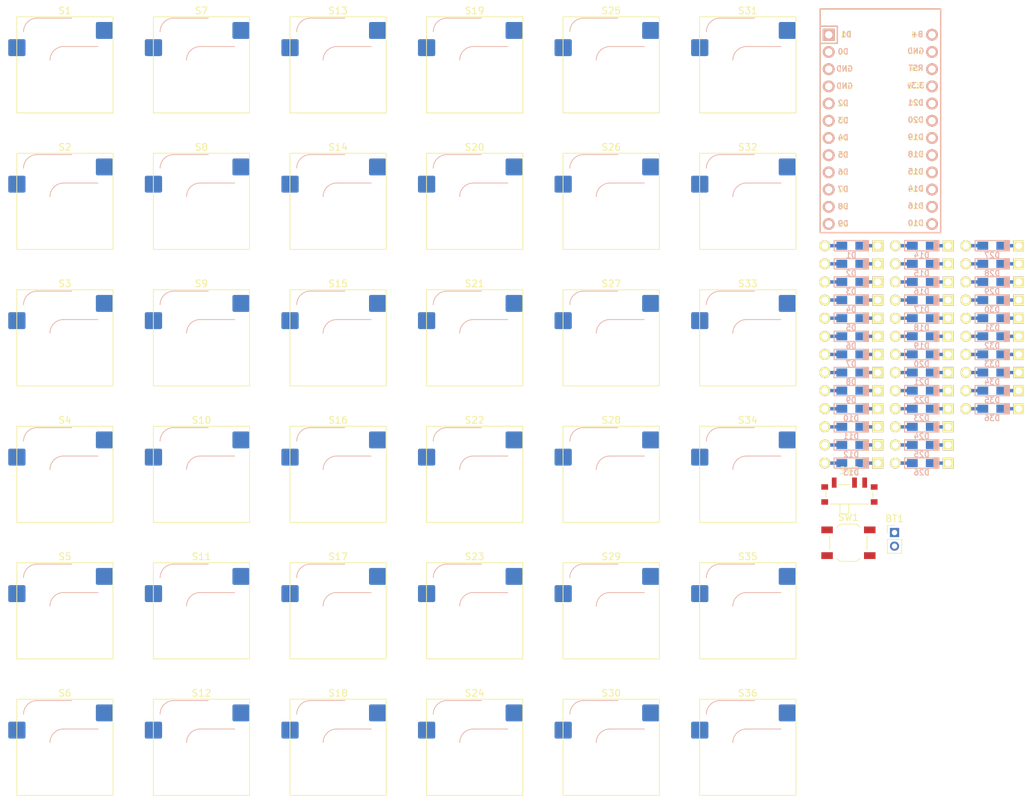
<source format=kicad_pcb>
(kicad_pcb (version 20221018) (generator pcbnew)
  (layers (0 "F.Cu" signal) (31 "B.Cu" signal) (34 "B.Paste" user) (35 "F.Paste" user) (36 "B.SilkS" user "B.Silkscreen") (37 "F.SilkS" user "F.Silkscreen") (38 "B.Mask" user) (39 "F.Mask" user) (44 "Edge.Cuts" user))
  (net 0 "")
  (net 1 "Net-(BT1-+)")
  (net 2 "GND")
  (net 3 "Net-(D1-A)")
  (net 4 "ROW0")
  (net 5 "Net-(D2-A)")
  (net 6 "Net-(D3-A)")
  (net 7 "Net-(D4-A)")
  (net 8 "Net-(D5-A)")
  (net 9 "Net-(D6-A)")
  (net 10 "ROW1")
  (net 11 "Net-(D7-A)")
  (net 12 "Net-(D8-A)")
  (net 13 "Net-(D9-A)")
  (net 14 "Net-(D10-A)")
  (net 15 "Net-(D11-A)")
  (net 16 "ROW2")
  (net 17 "Net-(D12-A)")
  (net 18 "Net-(D13-A)")
  (net 19 "Net-(D14-A)")
  (net 20 "Net-(D15-A)")
  (net 21 "Net-(D16-A)")
  (net 22 "ROW3")
  (net 24 "Net-(D18-A)")
  (net 25 "Net-(D19-A)")
  (net 26 "ROW4")
  (net 27 "Net-(D20-A)")
  (net 28 "Net-(D21-A)")
  (net 29 "Net-(D22-A)")
  (net 30 "Net-(D23-A)")
  (net 31 "Net-(D24-A)")
  (net 32 "ROW5")
  (net 33 "Net-(D25-A)")
  (net 34 "Net-(D26-A)")
  (net 35 "Net-(D27-A)")
  (net 36 "Net-(D28-A)")
  (net 37 "Net-(D29-A)")
  (net 38 "ROW6")
  (net 39 "Net-(D30-A)")
  (net 40 "Net-(D31-A)")
  (net 41 "Net-(D32-A)")
  (net 42 "Net-(D33-A)")
  (net 43 "Net-(D34-A)")
  (net 44 "ROW7")
  (net 45 "Net-(D35-A)")
  (net 46 "Net-(D36-A)")
  (net 47 "COL0")
  (net 48 "COL1")
  (net 49 "COL2")
  (net 50 "COL3")
  (net 51 "COL4")
  (net 53 "RESET")
  (net 54 "RAW")
  (net 61 "VCC")
  (footprint "ScottoKeebs_Hotswap:Hotswap_MX_1.00u" (layer "F.Cu") (at 115.26375 114.390625)
    (fp_text reference "S29" (at 0 -8) (layer "F.SilkS"))
    (fp_text value "Keyswitch")
    (pad "" np_thru_hole circle (at -5.08 0) (size 1.75 1.75) (drill 1.75) (layers "*.Cu" "*.Mask"))
    (pad "" np_thru_hole circle (at -3.81 -2.54) (size 3.05 3.05) (drill 3.05) (layers "*.Cu" "*.Mask"))
    (pad "" np_thru_hole circle (at 0 0) (size 4 4) (drill 4) (layers "*.Cu" "*.Mask"))
    (pad "" np_thru_hole circle (at 2.54 -5.08) (size 3.05 3.05) (drill 3.05) (layers "*.Cu" "*.Mask"))
    (pad "" np_thru_hole circle (at 5.08 0) (size 1.75 1.75) (drill 1.75) (layers "*.Cu" "*.Mask"))
    (pad "1" smd roundrect (at -7.085 -2.54) (size 2.55 2.5) (layers "B.Cu" "B.Paste" "B.Mask") (roundrect_rratio 0.1) (net 47 "COL0"))
    (pad "2" smd roundrect (at 5.842 -5.08) (size 2.55 2.5) (layers "B.Cu" "B.Paste" "B.Mask") (roundrect_rratio 0.1) (net 37 "Net-(D29-A)"))
  )
  (footprint "ScottoKeebs_Hotswap:Hotswap_MX_1.00u" (layer "F.Cu") (at 74.96375 33.790625)
    (fp_text reference "S13" (at 0 -8) (layer "F.SilkS"))
    (fp_text value "Keyswitch")
    (pad "" np_thru_hole circle (at -5.08 0) (size 1.75 1.75) (drill 1.75) (layers "*.Cu" "*.Mask"))
    (pad "" np_thru_hole circle (at -3.81 -2.54) (size 3.05 3.05) (drill 3.05) (layers "*.Cu" "*.Mask"))
    (pad "" np_thru_hole circle (at 0 0) (size 4 4) (drill 4) (layers "*.Cu" "*.Mask"))
    (pad "" np_thru_hole circle (at 2.54 -5.08) (size 3.05 3.05) (drill 3.05) (layers "*.Cu" "*.Mask"))
    (pad "" np_thru_hole circle (at 5.08 0) (size 1.75 1.75) (drill 1.75) (layers "*.Cu" "*.Mask"))
    (pad "1" smd roundrect (at -7.085 -2.54) (size 2.55 2.5) (layers "B.Cu" "B.Paste" "B.Mask") (roundrect_rratio 0.1) (net 49 "COL2"))
    (pad "2" smd roundrect (at 5.842 -5.08) (size 2.55 2.5) (layers "B.Cu" "B.Paste" "B.Mask") (roundrect_rratio 0.1) (net 18 "Net-(D13-A)"))
  )
  (footprint "ScottoKeebs_Hotswap:Hotswap_MX_1.00u" (layer "F.Cu") (at 34.66375 134.540625)
    (fp_text reference "S6" (at 0 -8) (layer "F.SilkS"))
    (fp_text value "Keyswitch")
    (pad "" np_thru_hole circle (at -5.08 0) (size 1.75 1.75) (drill 1.75) (layers "*.Cu" "*.Mask"))
    (pad "" np_thru_hole circle (at -3.81 -2.54) (size 3.05 3.05) (drill 3.05) (layers "*.Cu" "*.Mask"))
    (pad "" np_thru_hole circle (at 0 0) (size 4 4) (drill 4) (layers "*.Cu" "*.Mask"))
    (pad "" np_thru_hole circle (at 2.54 -5.08) (size 3.05 3.05) (drill 3.05) (layers "*.Cu" "*.Mask"))
    (pad "" np_thru_hole circle (at 5.08 0) (size 1.75 1.75) (drill 1.75) (layers "*.Cu" "*.Mask"))
    (pad "1" smd roundrect (at -7.085 -2.54) (size 2.55 2.5) (layers "B.Cu" "B.Paste" "B.Mask") (roundrect_rratio 0.1) (net 47 "COL0"))
    (pad "2" smd roundrect (at 5.842 -5.08) (size 2.55 2.5) (layers "B.Cu" "B.Paste" "B.Mask") (roundrect_rratio 0.1) (net 9 "Net-(D6-A)"))
  )
  (footprint "ScottoKeebs_Hotswap:Hotswap_MX_1.00u" (layer "F.Cu") (at 54.81375 94.240625)
    (fp_text reference "S10" (at 0 -8) (layer "F.SilkS"))
    (fp_text value "Keyswitch")
    (pad "" np_thru_hole circle (at -5.08 0) (size 1.75 1.75) (drill 1.75) (layers "*.Cu" "*.Mask"))
    (pad "" np_thru_hole circle (at -3.81 -2.54) (size 3.05 3.05) (drill 3.05) (layers "*.Cu" "*.Mask"))
    (pad "" np_thru_hole circle (at 0 0) (size 4 4) (drill 4) (layers "*.Cu" "*.Mask"))
    (pad "" np_thru_hole circle (at 2.54 -5.08) (size 3.05 3.05) (drill 3.05) (layers "*.Cu" "*.Mask"))
    (pad "" np_thru_hole circle (at 5.08 0) (size 1.75 1.75) (drill 1.75) (layers "*.Cu" "*.Mask"))
    (pad "1" smd roundrect (at -7.085 -2.54) (size 2.55 2.5) (layers "B.Cu" "B.Paste" "B.Mask") (roundrect_rratio 0.1) (net 51 "COL4"))
    (pad "2" smd roundrect (at 5.842 -5.08) (size 2.55 2.5) (layers "B.Cu" "B.Paste" "B.Mask") (roundrect_rratio 0.1) (net 14 "Net-(D10-A)"))
  )
  (footprint "ScottoKeebs_Hotswap:Hotswap_MX_1.00u" (layer "F.Cu") (at 54.81375 114.390625)
    (fp_text reference "S11" (at 0 -8) (layer "F.SilkS"))
    (fp_text value "Keyswitch")
    (pad "" np_thru_hole circle (at -5.08 0) (size 1.75 1.75) (drill 1.75) (layers "*.Cu" "*.Mask"))
    (pad "" np_thru_hole circle (at -3.81 -2.54) (size 3.05 3.05) (drill 3.05) (layers "*.Cu" "*.Mask"))
    (pad "" np_thru_hole circle (at 0 0) (size 4 4) (drill 4) (layers "*.Cu" "*.Mask"))
    (pad "" np_thru_hole circle (at 2.54 -5.08) (size 3.05 3.05) (drill 3.05) (layers "*.Cu" "*.Mask"))
    (pad "" np_thru_hole circle (at 5.08 0) (size 1.75 1.75) (drill 1.75) (layers "*.Cu" "*.Mask"))
    (pad "1" smd roundrect (at -7.085 -2.54) (size 2.55 2.5) (layers "B.Cu" "B.Paste" "B.Mask") (roundrect_rratio 0.1) (net 47 "COL0"))
    (pad "2" smd roundrect (at 5.842 -5.08) (size 2.55 2.5) (layers "B.Cu" "B.Paste" "B.Mask") (roundrect_rratio 0.1) (net 15 "Net-(D11-A)"))
  )
  (footprint "ScottoKeebs_Hotswap:Hotswap_MX_1.00u" (layer "F.Cu") (at 135.41375 134.540625)
    (fp_text reference "S36" (at 0 -8) (layer "F.SilkS"))
    (fp_text value "Keyswitch")
    (pad "" np_thru_hole circle (at -5.08 0) (size 1.75 1.75) (drill 1.75) (layers "*.Cu" "*.Mask"))
    (pad "" np_thru_hole circle (at -3.81 -2.54) (size 3.05 3.05) (drill 3.05) (layers "*.Cu" "*.Mask"))
    (pad "" np_thru_hole circle (at 0 0) (size 4 4) (drill 4) (layers "*.Cu" "*.Mask"))
    (pad "" np_thru_hole circle (at 2.54 -5.08) (size 3.05 3.05) (drill 3.05) (layers "*.Cu" "*.Mask"))
    (pad "" np_thru_hole circle (at 5.08 0) (size 1.75 1.75) (drill 1.75) (layers "*.Cu" "*.Mask"))
    (pad "1" smd roundrect (at -7.085 -2.54) (size 2.55 2.5) (layers "B.Cu" "B.Paste" "B.Mask") (roundrect_rratio 0.1) (net 49 "COL2"))
    (pad "2" smd roundrect (at 5.842 -5.08) (size 2.55 2.5) (layers "B.Cu" "B.Paste" "B.Mask") (roundrect_rratio 0.1) (net 46 "Net-(D36-A)"))
  )
  (footprint "ScottoKeebs_Hotswap:Hotswap_MX_1.00u" (layer "F.Cu") (at 135.41375 94.240625)
    (fp_text reference "S34" (at 0 -8) (layer "F.SilkS"))
    (fp_text value "Keyswitch")
    (pad "" np_thru_hole circle (at -5.08 0) (size 1.75 1.75) (drill 1.75) (layers "*.Cu" "*.Mask"))
    (pad "" np_thru_hole circle (at -3.81 -2.54) (size 3.05 3.05) (drill 3.05) (layers "*.Cu" "*.Mask"))
    (pad "" np_thru_hole circle (at 0 0) (size 4 4) (drill 4) (layers "*.Cu" "*.Mask"))
    (pad "" np_thru_hole circle (at 2.54 -5.08) (size 3.05 3.05) (drill 3.05) (layers "*.Cu" "*.Mask"))
    (pad "" np_thru_hole circle (at 5.08 0) (size 1.75 1.75) (drill 1.75) (layers "*.Cu" "*.Mask"))
    (pad "1" smd roundrect (at -7.085 -2.54) (size 2.55 2.5) (layers "B.Cu" "B.Paste" "B.Mask") (roundrect_rratio 0.1) (net 47 "COL0"))
    (pad "2" smd roundrect (at 5.842 -5.08) (size 2.55 2.5) (layers "B.Cu" "B.Paste" "B.Mask") (roundrect_rratio 0.1) (net 43 "Net-(D34-A)"))
  )
  (footprint "ScottoKeebs_Hotswap:Hotswap_MX_1.00u" (layer "F.Cu") (at 34.66375 74.090625)
    (fp_text reference "S3" (at 0 -8) (layer "F.SilkS"))
    (fp_text value "Keyswitch")
    (pad "" np_thru_hole circle (at -5.08 0) (size 1.75 1.75) (drill 1.75) (layers "*.Cu" "*.Mask"))
    (pad "" np_thru_hole circle (at -3.81 -2.54) (size 3.05 3.05) (drill 3.05) (layers "*.Cu" "*.Mask"))
    (pad "" np_thru_hole circle (at 0 0) (size 4 4) (drill 4) (layers "*.Cu" "*.Mask"))
    (pad "" np_thru_hole circle (at 2.54 -5.08) (size 3.05 3.05) (drill 3.05) (layers "*.Cu" "*.Mask"))
    (pad "" np_thru_hole circle (at 5.08 0) (size 1.75 1.75) (drill 1.75) (layers "*.Cu" "*.Mask"))
    (pad "1" smd roundrect (at -7.085 -2.54) (size 2.55 2.5) (layers "B.Cu" "B.Paste" "B.Mask") (roundrect_rratio 0.1) (net 49 "COL2"))
    (pad "2" smd roundrect (at 5.842 -5.08) (size 2.55 2.5) (layers "B.Cu" "B.Paste" "B.Mask") (roundrect_rratio 0.1) (net 6 "Net-(D3-A)"))
  )
  (footprint "ScottoKeebs_Hotswap:Hotswap_MX_1.00u" (layer "F.Cu") (at 74.96375 94.240625)
    (fp_text reference "S16" (at 0 -8) (layer "F.SilkS"))
    (fp_text value "Keyswitch")
    (pad "" np_thru_hole circle (at -5.08 0) (size 1.75 1.75) (drill 1.75) (layers "*.Cu" "*.Mask"))
    (pad "" np_thru_hole circle (at -3.81 -2.54) (size 3.05 3.05) (drill 3.05) (layers "*.Cu" "*.Mask"))
    (pad "" np_thru_hole circle (at 0 0) (size 4 4) (drill 4) (layers "*.Cu" "*.Mask"))
    (pad "" np_thru_hole circle (at 2.54 -5.08) (size 3.05 3.05) (drill 3.05) (layers "*.Cu" "*.Mask"))
    (pad "" np_thru_hole circle (at 5.08 0) (size 1.75 1.75) (drill 1.75) (layers "*.Cu" "*.Mask"))
    (pad "1" smd roundrect (at -7.085 -2.54) (size 2.55 2.5) (layers "B.Cu" "B.Paste" "B.Mask") (roundrect_rratio 0.1) (net 49 "COL2"))
    (pad "2" smd roundrect (at 5.842 -5.08) (size 2.55 2.5) (layers "B.Cu" "B.Paste" "B.Mask") (roundrect_rratio 0.1) (net 21 "Net-(D16-A)"))
  )
  (footprint "ScottoKeebs_Hotswap:Hotswap_MX_1.00u" (layer "F.Cu") (at 95.11375 94.240625)
    (fp_text reference "S22" (at 0 -8) (layer "F.SilkS"))
    (fp_text value "Keyswitch")
    (pad "" np_thru_hole circle (at -5.08 0) (size 1.75 1.75) (drill 1.75) (layers "*.Cu" "*.Mask"))
    (pad "" np_thru_hole circle (at -3.81 -2.54) (size 3.05 3.05) (drill 3.05) (layers "*.Cu" "*.Mask"))
    (pad "" np_thru_hole circle (at 0 0) (size 4 4) (drill 4) (layers "*.Cu" "*.Mask"))
    (pad "" np_thru_hole circle (at 2.54 -5.08) (size 3.05 3.05) (drill 3.05) (layers "*.Cu" "*.Mask"))
    (pad "" np_thru_hole circle (at 5.08 0) (size 1.75 1.75) (drill 1.75) (layers "*.Cu" "*.Mask"))
    (pad "1" smd roundrect (at -7.085 -2.54) (size 2.55 2.5) (layers "B.Cu" "B.Paste" "B.Mask") (roundrect_rratio 0.1) (net 50 "COL3"))
    (pad "2" smd roundrect (at 5.842 -5.08) (size 2.55 2.5) (layers "B.Cu" "B.Paste" "B.Mask") (roundrect_rratio 0.1) (net 29 "Net-(D22-A)"))
  )
  (footprint "Keebio-Parts:Diode-Hybrid-Back" (layer "F.Cu") (at 150.68875 79.210625)
    (fp_text reference "D8" (at -0.0254 1.4) (layer "B.SilkS") (effects (font (size 0.8 0.8)) (justify mirror)))
    (fp_text value "1N4148W" hide)
    (pad "1" smd rect (at 1.4 0) (size 1.6 1.2) (layers "B.Cu" "B.Paste" "B.Mask") (net 10 "ROW1"))
    (pad "1" smd rect (at 2.5 0) (size 2.9 0.5) (layers "B.Cu") (net 10 "ROW1"))
    (pad "1" thru_hole rect (at 3.9 0) (size 1.6 1.6) (drill 1) (layers "*.Cu" "*.Mask" "F.SilkS") (net 10 "ROW1"))
    (pad "2" thru_hole circle (at -3.9 0) (size 1.6 1.6) (drill 1) (layers "*.Cu" "*.Mask" "F.SilkS") (net 12 "Net-(D8-A)"))
    (pad "2" smd rect (at -2.5 0) (size 2.9 0.5) (layers "B.Cu") (net 12 "Net-(D8-A)"))
    (pad "2" smd rect (at -1.4 0) (size 1.6 1.2) (layers "B.Cu" "B.Paste" "B.Mask") (net 12 "Net-(D8-A)"))
  )
  (footprint "Keebio-Parts:Diode-Hybrid-Back" (layer "F.Cu") (at 161.08875 73.862625)
    (fp_text reference "D19" (at -0.0254 1.4) (layer "B.SilkS") (effects (font (size 0.8 0.8)) (justify mirror)))
    (fp_text value "1N4148W" hide)
    (pad "1" smd rect (at 1.4 0) (size 1.6 1.2) (layers "B.Cu" "B.Paste" "B.Mask") (net 26 "ROW4"))
    (pad "1" smd rect (at 2.5 0) (size 2.9 0.5) (layers "B.Cu") (net 26 "ROW4"))
    (pad "1" thru_hole rect (at 3.9 0) (size 1.6 1.6) (drill 1) (layers "*.Cu" "*.Mask" "F.SilkS") (net 26 "ROW4"))
    (pad "2" thru_hole circle (at -3.9 0) (size 1.6 1.6) (drill 1) (layers "*.Cu" "*.Mask" "F.SilkS") (net 25 "Net-(D19-A)"))
    (pad "2" smd rect (at -2.5 0) (size 2.9 0.5) (layers "B.Cu") (net 25 "Net-(D19-A)"))
    (pad "2" smd rect (at -1.4 0) (size 1.6 1.2) (layers "B.Cu" "B.Paste" "B.Mask") (net 25 "Net-(D19-A)"))
  )
  (footprint "ScottoKeebs_Hotswap:Hotswap_MX_1.00u" (layer "F.Cu") (at 115.26375 53.940625)
    (fp_text reference "S26" (at 0 -8) (layer "F.SilkS"))
    (fp_text value "Keyswitch")
    (pad "" np_thru_hole circle (at -5.08 0) (size 1.75 1.75) (drill 1.75) (layers "*.Cu" "*.Mask"))
    (pad "" np_thru_hole circle (at -3.81 -2.54) (size 3.05 3.05) (drill 3.05) (layers "*.Cu" "*.Mask"))
    (pad "" np_thru_hole circle (at 0 0) (size 4 4) (drill 4) (layers "*.Cu" "*.Mask"))
    (pad "" np_thru_hole circle (at 2.54 -5.08) (size 3.05 3.05) (drill 3.05) (layers "*.Cu" "*.Mask"))
    (pad "" np_thru_hole circle (at 5.08 0) (size 1.75 1.75) (drill 1.75) (layers "*.Cu" "*.Mask"))
    (pad "1" smd roundrect (at -7.085 -2.54) (size 2.55 2.5) (layers "B.Cu" "B.Paste" "B.Mask") (roundrect_rratio 0.1) (net 49 "COL2"))
    (pad "2" smd roundrect (at 5.842 -5.08) (size 2.55 2.5) (layers "B.Cu" "B.Paste" "B.Mask") (roundrect_rratio 0.1) (net 34 "Net-(D26-A)"))
  )
  (footprint "ScottoKeebs_Hotswap:Hotswap_MX_1.00u" (layer "F.Cu") (at 135.41375 114.390625)
    (fp_text reference "S35" (at 0 -8) (layer "F.SilkS"))
    (fp_text value "Keyswitch")
    (pad "" np_thru_hole circle (at -5.08 0) (size 1.75 1.75) (drill 1.75) (layers "*.Cu" "*.Mask"))
    (pad "" np_thru_hole circle (at -3.81 -2.54) (size 3.05 3.05) (drill 3.05) (layers "*.Cu" "*.Mask"))
    (pad "" np_thru_hole circle (at 0 0) (size 4 4) (drill 4) (layers "*.Cu" "*.Mask"))
    (pad "" np_thru_hole circle (at 2.54 -5.08) (size 3.05 3.05) (drill 3.05) (layers "*.Cu" "*.Mask"))
    (pad "" np_thru_hole circle (at 5.08 0) (size 1.75 1.75) (drill 1.75) (layers "*.Cu" "*.Mask"))
    (pad "1" smd roundrect (at -7.085 -2.54) (size 2.55 2.5) (layers "B.Cu" "B.Paste" "B.Mask") (roundrect_rratio 0.1) (net 48 "COL1"))
    (pad "2" smd roundrect (at 5.842 -5.08) (size 2.55 2.5) (layers "B.Cu" "B.Paste" "B.Mask") (roundrect_rratio 0.1) (net 45 "Net-(D35-A)"))
  )
  (footprint "ScottoKeebs_Hotswap:Hotswap_MX_1.00u" (layer "F.Cu") (at 135.41375 74.090625)
    (fp_text reference "S33" (at 0 -8) (layer "F.SilkS"))
    (fp_text value "Keyswitch")
    (pad "" np_thru_hole circle (at -5.08 0) (size 1.75 1.75) (drill 1.75) (layers "*.Cu" "*.Mask"))
    (pad "" np_thru_hole circle (at -3.81 -2.54) (size 3.05 3.05) (drill 3.05) (layers "*.Cu" "*.Mask"))
    (pad "" np_thru_hole circle (at 0 0) (size 4 4) (drill 4) (layers "*.Cu" "*.Mask"))
    (pad "" np_thru_hole circle (at 2.54 -5.08) (size 3.05 3.05) (drill 3.05) (layers "*.Cu" "*.Mask"))
    (pad "" np_thru_hole circle (at 5.08 0) (size 1.75 1.75) (drill 1.75) (layers "*.Cu" "*.Mask"))
    (pad "1" smd roundrect (at -7.085 -2.54) (size 2.55 2.5) (layers "B.Cu" "B.Paste" "B.Mask") (roundrect_rratio 0.1) (net 51 "COL4"))
    (pad "2" smd roundrect (at 5.842 -5.08) (size 2.55 2.5) (layers "B.Cu" "B.Paste" "B.Mask") (roundrect_rratio 0.1) (net 42 "Net-(D33-A)"))
  )
  (footprint "Keebio-Parts:Diode-Hybrid-Back" (layer "F.Cu") (at 150.68875 76.536625)
    (fp_text reference "D7" (at -0.0254 1.4) (layer "B.SilkS") (effects (font (size 0.8 0.8)) (justify mirror)))
    (fp_text value "1N4148W" hide)
    (pad "1" smd rect (at 1.4 0) (size 1.6 1.2) (layers "B.Cu" "B.Paste" "B.Mask") (net 10 "ROW1"))
    (pad "1" smd rect (at 2.5 0) (size 2.9 0.5) (layers "B.Cu") (net 10 "ROW1"))
    (pad "1" thru_hole rect (at 3.9 0) (size 1.6 1.6) (drill 1) (layers "*.Cu" "*.Mask" "F.SilkS") (net 10 "ROW1"))
    (pad "2" thru_hole circle (at -3.9 0) (size 1.6 1.6) (drill 1) (layers "*.Cu" "*.Mask" "F.SilkS") (net 11 "Net-(D7-A)"))
    (pad "2" smd rect (at -2.5 0) (size 2.9 0.5) (layers "B.Cu") (net 11 "Net-(D7-A)"))
    (pad "2" smd rect (at -1.4 0) (size 1.6 1.2) (layers "B.Cu" "B.Paste" "B.Mask") (net 11 "Net-(D7-A)"))
  )
  (footprint "Keebio-Parts:Diode-Hybrid-Back" (layer "F.Cu") (at 171.48875 68.514625)
    (fp_text reference "D30" (at -0.0254 1.4) (layer "B.SilkS") (effects (font (size 0.8 0.8)) (justify mirror)))
    (fp_text value "1N4148W" hide)
    (pad "1" smd rect (at 1.4 0) (size 1.6 1.2) (layers "B.Cu" "B.Paste" "B.Mask") (net 38 "ROW6"))
    (pad "1" smd rect (at 2.5 0) (size 2.9 0.5) (layers "B.Cu") (net 38 "ROW6"))
    (pad "1" thru_hole rect (at 3.9 0) (size 1.6 1.6) (drill 1) (layers "*.Cu" "*.Mask" "F.SilkS") (net 38 "ROW6"))
    (pad "2" thru_hole circle (at -3.9 0) (size 1.6 1.6) (drill 1) (layers "*.Cu" "*.Mask" "F.SilkS") (net 39 "Net-(D30-A)"))
    (pad "2" smd rect (at -2.5 0) (size 2.9 0.5) (layers "B.Cu") (net 39 "Net-(D30-A)"))
    (pad "2" smd rect (at -1.4 0) (size 1.6 1.2) (layers "B.Cu" "B.Paste" "B.Mask") (net 39 "Net-(D30-A)"))
  )
  (footprint "Keebio-Parts:Diode-Hybrid-Back" (layer "F.Cu") (at 150.68875 89.906625)
    (fp_text reference "D12" (at -0.0254 1.4) (layer "B.SilkS") (effects (font (size 0.8 0.8)) (justify mirror)))
    (fp_text value "1N4148W" hide)
    (pad "1" smd rect (at 1.4 0) (size 1.6 1.2) (layers "B.Cu" "B.Paste" "B.Mask") (net 16 "ROW2"))
    (pad "1" smd rect (at 2.5 0) (size 2.9 0.5) (layers "B.Cu") (net 16 "ROW2"))
    (pad "1" thru_hole rect (at 3.9 0) (size 1.6 1.6) (drill 1) (layers "*.Cu" "*.Mask" "F.SilkS") (net 16 "ROW2"))
    (pad "2" thru_hole circle (at -3.9 0) (size 1.6 1.6) (drill 1) (layers "*.Cu" "*.Mask" "F.SilkS") (net 17 "Net-(D12-A)"))
    (pad "2" smd rect (at -2.5 0) (size 2.9 0.5) (layers "B.Cu") (net 17 "Net-(D12-A)"))
    (pad "2" smd rect (at -1.4 0) (size 1.6 1.2) (layers "B.Cu" "B.Paste" "B.Mask") (net 17 "Net-(D12-A)"))
  )
  (footprint "ScottoKeebs_Hotswap:Hotswap_MX_1.00u" (layer "F.Cu") (at 95.11375 114.390625)
    (fp_text reference "S23" (at 0 -8) (layer "F.SilkS"))
    (fp_text value "Keyswitch")
    (pad "" np_thru_hole circle (at -5.08 0) (size 1.75 1.75) (drill 1.75) (layers "*.Cu" "*.Mask"))
    (pad "" np_thru_hole circle (at -3.81 -2.54) (size 3.05 3.05) (drill 3.05) (layers "*.Cu" "*.Mask"))
    (pad "" np_thru_hole circle (at 0 0) (size 4 4) (drill 4) (layers "*.Cu" "*.Mask"))
    (pad "" np_thru_hole circle (at 2.54 -5.08) (size 3.05 3.05) (drill 3.05) (layers "*.Cu" "*.Mask"))
    (pad "" np_thru_hole circle (at 5.08 0) (size 1.75 1.75) (drill 1.75) (layers "*.Cu" "*.Mask"))
    (pad "1" smd roundrect (at -7.085 -2.54) (size 2.55 2.5) (layers "B.Cu" "B.Paste" "B.Mask") (roundrect_rratio 0.1) (net 51 "COL4"))
    (pad "2" smd roundrect (at 5.842 -5.08) (size 2.55 2.5) (layers "B.Cu" "B.Paste" "B.Mask") (roundrect_rratio 0.1) (net 30 "Net-(D23-A)"))
  )
  (footprint "Keebio-Parts:Diode-Hybrid-Back" (layer "F.Cu") (at 171.48875 60.492625)
    (fp_text reference "D27" (at -0.0254 1.4) (layer "B.SilkS") (effects (font (size 0.8 0.8)) (justify mirror)))
    (fp_text value "1N4148W" hide)
    (pad "1" smd rect (at 1.4 0) (size 1.6 1.2) (layers "B.Cu" "B.Paste" "B.Mask") (net 32 "ROW5"))
    (pad "1" smd rect (at 2.5 0) (size 2.9 0.5) (layers "B.Cu") (net 32 "ROW5"))
    (pad "1" thru_hole rect (at 3.9 0) (size 1.6 1.6) (drill 1) (layers "*.Cu" "*.Mask" "F.SilkS") (net 32 "ROW5"))
    (pad "2" thru_hole circle (at -3.9 0) (size 1.6 1.6) (drill 1) (layers "*.Cu" "*.Mask" "F.SilkS") (net 35 "Net-(D27-A)"))
    (pad "2" smd rect (at -2.5 0) (size 2.9 0.5) (layers "B.Cu") (net 35 "Net-(D27-A)"))
    (pad "2" smd rect (at -1.4 0) (size 1.6 1.2) (layers "B.Cu" "B.Paste" "B.Mask") (net 35 "Net-(D27-A)"))
  )
  (footprint "Keebio-Parts:Diode-Hybrid-Back" (layer "F.Cu") (at 171.48875 84.558625)
    (fp_text reference "D36" (at -0.0254 1.4) (layer "B.SilkS") (effects (font (size 0.8 0.8)) (justify mirror)))
    (fp_text value "1N4148W" hide)
    (pad "1" smd rect (at 1.4 0) (size 1.6 1.2) (layers "B.Cu" "B.Paste" "B.Mask") (net 44 "ROW7"))
    (pad "1" smd rect (at 2.5 0) (size 2.9 0.5) (layers "B.Cu") (net 44 "ROW7"))
    (pad "1" thru_hole rect (at 3.9 0) (size 1.6 1.6) (drill 1) (layers "*.Cu" "*.Mask" "F.SilkS") (net 44 "ROW7"))
    (pad "2" thru_hole circle (at -3.9 0) (size 1.6 1.6) (drill 1) (layers "*.Cu" "*.Mask" "F.SilkS") (net 46 "Net-(D36-A)"))
    (pad "2" smd rect (at -2.5 0) (size 2.9 0.5) (layers "B.Cu") (net 46 "Net-(D36-A)"))
    (pad "2" smd rect (at -1.4 0) (size 1.6 1.2) (layers "B.Cu" "B.Paste" "B.Mask") (net 46 "Net-(D36-A)"))
  )
  (footprint "Keebio-Parts:Diode-Hybrid-Back" (layer "F.Cu") (at 161.08875 71.188625)
    (fp_text reference "D18" (at -0.0254 1.4) (layer "B.SilkS") (effects (font (size 0.8 0.8)) (justify mirror)))
    (fp_text value "1N4148W" hide)
    (pad "1" smd rect (at 1.4 0) (size 1.6 1.2) (layers "B.Cu" "B.Paste" "B.Mask") (net 22 "ROW3"))
    (pad "1" smd rect (at 2.5 0) (size 2.9 0.5) (layers "B.Cu") (net 22 "ROW3"))
    (pad "1" thru_hole rect (at 3.9 0) (size 1.6 1.6) (drill 1) (layers "*.Cu" "*.Mask" "F.SilkS") (net 22 "ROW3"))
    (pad "2" thru_hole circle (at -3.9 0) (size 1.6 1.6) (drill 1) (layers "*.Cu" "*.Mask" "F.SilkS") (net 24 "Net-(D18-A)"))
    (pad "2" smd rect (at -2.5 0) (size 2.9 0.5) (layers "B.Cu") (net 24 "Net-(D18-A)"))
    (pad "2" smd rect (at -1.4 0) (size 1.6 1.2) (layers "B.Cu" "B.Paste" "B.Mask") (net 24 "Net-(D18-A)"))
  )
  (footprint "Keebio-Parts:Diode-Hybrid-Back" (layer "F.Cu") (at 150.68875 87.232625)
    (fp_text reference "D11" (at -0.0254 1.4) (layer "B.SilkS") (effects (font (size 0.8 0.8)) (justify mirror)))
    (fp_text value "1N4148W" hide)
    (pad "1" smd rect (at 1.4 0) (size 1.6 1.2) (layers "B.Cu" "B.Paste" "B.Mask") (net 16 "ROW2"))
    (pad "1" smd rect (at 2.5 0) (size 2.9 0.5) (layers "B.Cu") (net 16 "ROW2"))
    (pad "1" thru_hole rect (at 3.9 0) (size 1.6 1.6) (drill 1) (layers "*.Cu" "*.Mask" "F.SilkS") (net 16 "ROW2"))
    (pad "2" thru_hole circle (at -3.9 0) (size 1.6 1.6) (drill 1) (layers "*.Cu" "*.Mask" "F.SilkS") (net 15 "Net-(D11-A)"))
    (pad "2" smd rect (at -2.5 0) (size 2.9 0.5) (layers "B.Cu") (net 15 "Net-(D11-A)"))
    (pad "2" smd rect (at -1.4 0) (size 1.6 1.2) (layers "B.Cu" "B.Paste" "B.Mask") (net 15 "Net-(D11-A)"))
  )
  (footprint "Keebio-Parts:Diode-Hybrid-Back" (layer "F.Cu") (at 150.68875 92.580625)
    (fp_text reference "D13" (at -0.0254 1.4) (layer "B.SilkS") (effects (font (size 0.8 0.8)) (justify mirror)))
    (fp_text value "1N4148W" hide)
    (pad "1" smd rect (at 1.4 0) (size 1.6 1.2) (layers "B.Cu" "B.Paste" "B.Mask") (net 16 "ROW2"))
    (pad "1" smd rect (at 2.5 0) (size 2.9 0.5) (layers "B.Cu") (net 16 "ROW2"))
    (pad "1" thru_hole rect (at 3.9 0) (size 1.6 1.6) (drill 1) (layers "*.Cu" "*.Mask" "F.SilkS") (net 16 "ROW2"))
    (pad "2" thru_hole circle (at -3.9 0) (size 1.6 1.6) (drill 1) (layers "*.Cu" "*.Mask" "F.SilkS") (net 18 "Net-(D13-A)"))
    (pad "2" smd rect (at -2.5 0) (size 2.9 0.5) (layers "B.Cu") (net 18 "Net-(D13-A)"))
    (pad "2" smd rect (at -1.4 0) (size 1.6 1.2) (layers "B.Cu" "B.Paste" "B.Mask") (net 18 "Net-(D13-A)"))
  )
  (footprint "ScottoKeebs_Hotswap:Hotswap_MX_1.00u" (layer "F.Cu") (at 34.66375 53.940625)
    (fp_text reference "S2" (at 0 -8) (layer "F.SilkS"))
    (fp_text value "Keyswitch")
    (pad "" np_thru_hole circle (at -5.08 0) (size 1.75 1.75) (drill 1.75) (layers "*.Cu" "*.Mask"))
    (pad "" np_thru_hole circle (at -3.81 -2.54) (size 3.05 3.05) (drill 3.05) (layers "*.Cu" "*.Mask"))
    (pad "" np_thru_hole circle (at 0 0) (size 4 4) (drill 4) (layers "*.Cu" "*.Mask"))
    (pad "" np_thru_hole circle (at 2.54 -5.08) (size 3.05 3.05) (drill 3.05) (layers "*.Cu" "*.Mask"))
    (pad "" np_thru_hole circle (at 5.08 0) (size 1.75 1.75) (drill 1.75) (layers "*.Cu" "*.Mask"))
    (pad "1" smd roundrect (at -7.085 -2.54) (size 2.55 2.5) (layers "B.Cu" "B.Paste" "B.Mask") (roundrect_rratio 0.1) (net 48 "COL1"))
    (pad "2" smd roundrect (at 5.842 -5.08) (size 2.55 2.5) (layers "B.Cu" "B.Paste" "B.Mask") (roundrect_rratio 0.1) (net 5 "Net-(D2-A)"))
  )
  (footprint "Keebio-Parts:Diode-Hybrid-Back" (layer "F.Cu") (at 171.48875 79.210625)
    (fp_text reference "D34" (at -0.0254 1.4) (layer "B.SilkS") (effects (font (size 0.8 0.8)) (justify mirror)))
    (fp_text value "1N4148W" hide)
    (pad "1" smd rect (at 1.4 0) (size 1.6 1.2) (layers "B.Cu" "B.Paste" "B.Mask") (net 44 "ROW7"))
    (pad "1" smd rect (at 2.5 0) (size 2.9 0.5) (layers "B.Cu") (net 44 "ROW7"))
    (pad "1" thru_hole rect (at 3.9 0) (size 1.6 1.6) (drill 1) (layers "*.Cu" "*.Mask" "F.SilkS") (net 44 "ROW7"))
    (pad "2" thru_hole circle (at -3.9 0) (size 1.6 1.6) (drill 1) (layers "*.Cu" "*.Mask" "F.SilkS") (net 43 "Net-(D34-A)"))
    (pad "2" smd rect (at -2.5 0) (size 2.9 0.5) (layers "B.Cu") (net 43 "Net-(D34-A)"))
    (pad "2" smd rect (at -1.4 0) (size 1.6 1.2) (layers "B.Cu" "B.Paste" "B.Mask") (net 43 "Net-(D34-A)"))
  )
  (footprint "ScottoKeebs_Hotswap:Hotswap_MX_1.00u" (layer "F.Cu") (at 115.26375 94.240625)
    (fp_text reference "S28" (at 0 -8) (layer "F.SilkS"))
    (fp_text value "Keyswitch")
    (pad "" np_thru_hole circle (at -5.08 0) (size 1.75 1.75) (drill 1.75) (layers "*.Cu" "*.Mask"))
    (pad "" np_thru_hole circle (at -3.81 -2.54) (size 3.05 3.05) (drill 3.05) (layers "*.Cu" "*.Mask"))
    (pad "" np_thru_hole circle (at 0 0) (size 4 4) (drill 4) (layers "*.Cu" "*.Mask"))
    (pad "" np_thru_hole circle (at 2.54 -5.08) (size 3.05 3.05) (drill 3.05) (layers "*.Cu" "*.Mask"))
    (pad "" np_thru_hole circle (at 5.08 0) (size 1.75 1.75) (drill 1.75) (layers "*.Cu" "*.Mask"))
    (pad "1" smd roundrect (at -7.085 -2.54) (size 2.55 2.5) (layers "B.Cu" "B.Paste" "B.Mask") (roundrect_rratio 0.1) (net 51 "COL4"))
    (pad "2" smd roundrect (at 5.842 -5.08) (size 2.55 2.5) (layers "B.Cu" "B.Paste" "B.Mask") (roundrect_rratio 0.1) (net 36 "Net-(D28-A)"))
  )
  (footprint "ScottoKeebs_Hotswap:Hotswap_MX_1.00u" (layer "F.Cu") (at 95.11375 33.790625)
    (fp_text reference "S19" (at 0 -8) (layer "F.SilkS"))
    (fp_text value "Keyswitch")
    (pad "" np_thru_hole circle (at -5.08 0) (size 1.75 1.75) (drill 1.75) (layers "*.Cu" "*.Mask"))
    (pad "" np_thru_hole circle (at -3.81 -2.54) (size 3.05 3.05) (drill 3.05) (layers "*.Cu" "*.Mask"))
    (pad "" np_thru_hole circle (at 0 0) (size 4 4) (drill 4) (layers "*.Cu" "*.Mask"))
    (pad "" np_thru_hole circle (at 2.54 -5.08) (size 3.05 3.05) (drill 3.05) (layers "*.Cu" "*.Mask"))
    (pad "" np_thru_hole circle (at 5.08 0) (size 1.75 1.75) (drill 1.75) (layers "*.Cu" "*.Mask"))
    (pad "1" smd roundrect (at -7.085 -2.54) (size 2.55 2.5) (layers "B.Cu" "B.Paste" "B.Mask") (roundrect_rratio 0.1) (net 47 "COL0"))
    (pad "2" smd roundrect (at 5.842 -5.08) (size 2.55 2.5) (layers "B.Cu" "B.Paste" "B.Mask") (roundrect_rratio 0.1) (net 25 "Net-(D19-A)"))
  )
  (footprint "Keebio-Parts:Diode-Hybrid-Back" (layer "F.Cu") (at 161.08875 60.492625)
    (fp_text reference "D14" (at -0.0254 1.4) (layer "B.SilkS") (effects (font (size 0.8 0.8)) (justify mirror)))
    (fp_text value "1N4148W" hide)
    (pad "1" smd rect (at 1.4 0) (size 1.6 1.2) (layers "B.Cu" "B.Paste" "B.Mask") (net 16 "ROW2"))
    (pad "1" smd rect (at 2.5 0) (size 2.9 0.5) (layers "B.Cu") (net 16 "ROW2"))
    (pad "1" thru_hole rect (at 3.9 0) (size 1.6 1.6) (drill 1) (layers "*.Cu" "*.Mask" "F.SilkS") (net 16 "ROW2"))
    (pad "2" thru_hole circle (at -3.9 0) (size 1.6 1.6) (drill 1) (layers "*.Cu" "*.Mask" "F.SilkS") (net 19 "Net-(D14-A)"))
    (pad "2" smd rect (at -2.5 0) (size 2.9 0.5) (layers "B.Cu") (net 19 "Net-(D14-A)"))
    (pad "2" smd rect (at -1.4 0) (size 1.6 1.2) (layers "B.Cu" "B.Paste" "B.Mask") (net 19 "Net-(D14-A)"))
  )
  (footprint "Keebio-Parts:Diode-Hybrid-Back" (layer "F.Cu") (at 150.68875 63.166625)
    (fp_text reference "D2" (at -0.0254 1.4) (layer "B.SilkS") (effects (font (size 0.8 0.8)) (justify mirror)))
    (fp_text value "1N4148W" hide)
    (pad "1" smd rect (at 1.4 0) (size 1.6 1.2) (layers "B.Cu" "B.Paste" "B.Mask") (net 4 "ROW0"))
    (pad "1" smd rect (at 2.5 0) (size 2.9 0.5) (layers "B.Cu") (net 4 "ROW0"))
    (pad "1" thru_hole rect (at 3.9 0) (size 1.6 1.6) (drill 1) (layers "*.Cu" "*.Mask" "F.SilkS") (net 4 "ROW0"))
    (pad "2" thru_hole circle (at -3.9 0) (size 1.6 1.6) (drill 1) (layers "*.Cu" "*.Mask" "F.SilkS") (net 5 "Net-(D2-A)"))
    (pad "2" smd rect (at -2.5 0) (size 2.9 0.5) (layers "B.Cu") (net 5 "Net-(D2-A)"))
    (pad "2" smd rect (at -1.4 0) (size 1.6 1.2) (layers "B.Cu" "B.Paste" "B.Mask") (net 5 "Net-(D2-A)"))
  )
  (footprint "ScottoKeebs_Hotswap:Hotswap_MX_1.00u" (layer "F.Cu") (at 54.81375 33.790625)
    (fp_text reference "S7" (at 0 -8) (layer "F.SilkS"))
    (fp_text value "Keyswitch")
    (pad "" np_thru_hole circle (at -5.08 0) (size 1.75 1.75) (drill 1.75) (layers "*.Cu" "*.Mask"))
    (pad "" np_thru_hole circle (at -3.81 -2.54) (size 3.05 3.05) (drill 3.05) (layers "*.Cu" "*.Mask"))
    (pad "" np_thru_hole circle (at 0 0) (size 4 4) (drill 4) (layers "*.Cu" "*.Mask"))
    (pad "" np_thru_hole circle (at 2.54 -5.08) (size 3.05 3.05) (drill 3.05) (layers "*.Cu" "*.Mask"))
    (pad "" np_thru_hole circle (at 5.08 0) (size 1.75 1.75) (drill 1.75) (layers "*.Cu" "*.Mask"))
    (pad "1" smd roundrect (at -7.085 -2.54) (size 2.55 2.5) (layers "B.Cu" "B.Paste" "B.Mask") (roundrect_rratio 0.1) (net 48 "COL1"))
    (pad "2" smd roundrect (at 5.842 -5.08) (size 2.55 2.5) (layers "B.Cu" "B.Paste" "B.Mask") (roundrect_rratio 0.1) (net 11 "Net-(D7-A)"))
  )
  (footprint "ScottoKeebs_Hotswap:Hotswap_MX_1.00u" (layer "F.Cu") (at 95.11375 74.090625)
    (fp_text reference "S21" (at 0 -8) (layer "F.SilkS"))
    (fp_text value "Keyswitch")
    (pad "" np_thru_hole circle (at -5.08 0) (size 1.75 1.75) (drill 1.75) (layers "*.Cu" "*.Mask"))
    (pad "" np_thru_hole circle (at -3.81 -2.54) (size 3.05 3.05) (drill 3.05) (layers "*.Cu" "*.Mask"))
    (pad "" np_thru_hole circle (at 0 0) (size 4 4) (drill 4) (layers "*.Cu" "*.Mask"))
    (pad "" np_thru_hole circle (at 2.54 -5.08) (size 3.05 3.05) (drill 3.05) (layers "*.Cu" "*.Mask"))
    (pad "" np_thru_hole circle (at 5.08 0) (size 1.75 1.75) (drill 1.75) (layers "*.Cu" "*.Mask"))
    (pad "1" smd roundrect (at -7.085 -2.54) (size 2.55 2.5) (layers "B.Cu" "B.Paste" "B.Mask") (roundrect_rratio 0.1) (net 49 "COL2"))
    (pad "2" smd roundrect (at 5.842 -5.08) (size 2.55 2.5) (layers "B.Cu" "B.Paste" "B.Mask") (roundrect_rratio 0.1) (net 28 "Net-(D21-A)"))
  )
  (footprint "Keebio-Parts:Diode-Hybrid-Back" (layer "F.Cu") (at 150.68875 71.188625)
    (fp_text reference "D5" (at -0.0254 1.4) (layer "B.SilkS") (effects (font (size 0.8 0.8)) (justify mirror)))
    (fp_text value "1N4148W" hide)
    (pad "1" smd rect (at 1.4 0) (size 1.6 1.2) (layers "B.Cu" "B.Paste" "B.Mask") (net 4 "ROW0"))
    (pad "1" smd rect (at 2.5 0) (size 2.9 0.5) (layers "B.Cu") (net 4 "ROW0"))
    (pad "1" thru_hole rect (at 3.9 0) (size 1.6 1.6) (drill 1) (layers "*.Cu" "*.Mask" "F.SilkS") (net 4 "ROW0"))
    (pad "2" thru_hole circle (at -3.9 0) (size 1.6 1.6) (drill 1) (layers "*.Cu" "*.Mask" "F.SilkS") (net 8 "Net-(D5-A)"))
    (pad "2" smd rect (at -2.5 0) (size 2.9 0.5) (layers "B.Cu") (net 8 "Net-(D5-A)"))
    (pad "2" smd rect (at -1.4 0) (size 1.6 1.2) (layers "B.Cu" "B.Paste" "B.Mask") (net 8 "Net-(D5-A)"))
  )
  (footprint "ScottoKeebs_Hotswap:Hotswap_MX_1.00u" (layer "F.Cu") (at 135.41375 33.790625)
    (fp_text reference "S31" (at 0 -8) (layer "F.SilkS"))
    (fp_text value "Keyswitch")
    (pad "" np_thru_hole circle (at -5.08 0) (size 1.75 1.75) (drill 1.75) (layers "*.Cu" "*.Mask"))
    (pad "" np_thru_hole circle (at -3.81 -2.54) (size 3.05 3.05) (drill 3.05) (layers "*.Cu" "*.Mask"))
    (pad "" np_thru_hole circle (at 0 0) (size 4 4) (drill 4) (layers "*.Cu" "*.Mask"))
    (pad "" np_thru_hole circle (at 2.54 -5.08) (size 3.05 3.05) (drill 3.05) (layers "*.Cu" "*.Mask"))
    (pad "" np_thru_hole circle (at 5.08 0) (size 1.75 1.75) (drill 1.75) (layers "*.Cu" "*.Mask"))
    (pad "1" smd roundrect (at -7.085 -2.54) (size 2.55 2.5) (layers "B.Cu" "B.Paste" "B.Mask") (roundrect_rratio 0.1) (net 49 "COL2"))
    (pad "2" smd roundrect (at 5.842 -5.08) (size 2.55 2.5) (layers "B.Cu" "B.Paste" "B.Mask") (roundrect_rratio 0.1) (net 40 "Net-(D31-A)"))
  )
  (footprint "Keebio-Parts:Diode-Hybrid-Back" (layer "F.Cu") (at 171.48875 81.884625)
    (fp_text reference "D35" (at -0.0254 1.4) (layer "B.SilkS") (effects (font (size 0.8 0.8)) (justify mirror)))
    (fp_text value "1N4148W" hide)
    (pad "1" smd rect (at 1.4 0) (size 1.6 1.2) (layers "B.Cu" "B.Paste" "B.Mask") (net 44 "ROW7"))
    (pad "1" smd rect (at 2.5 0) (size 2.9 0.5) (layers "B.Cu") (net 44 "ROW7"))
    (pad "1" thru_hole rect (at 3.9 0) (size 1.6 1.6) (drill 1) (layers "*.Cu" "*.Mask" "F.SilkS") (net 44 "ROW7"))
    (pad "2" thru_hole circle (at -3.9 0) (size 1.6 1.6) (drill 1) (layers "*.Cu" "*.Mask" "F.SilkS") (net 45 "Net-(D35-A)"))
    (pad "2" smd rect (at -2.5 0) (size 2.9 0.5) (layers "B.Cu") (net 45 "Net-(D35-A)"))
    (pad "2" smd rect (at -1.4 0) (size 1.6 1.2) (layers "B.Cu" "B.Paste" "B.Mask") (net 45 "Net-(D35-A)"))
  )
  (footprint "Keebio-Parts:Diode-Hybrid-Back" (layer "F.Cu") (at 161.08875 92.580625)
    (fp_text reference "D26" (at -0.0254 1.4) (layer "B.SilkS") (effects (font (size 0.8 0.8)) (justify mirror)))
    (fp_text value "1N4148W" hide)
    (pad "1" smd rect (at 1.4 0) (size 1.6 1.2) (layers "B.Cu" "B.Paste" "B.Mask") (net 32 "ROW5"))
    (pad "1" smd rect (at 2.5 0) (size 2.9 0.5) (layers "B.Cu") (net 32 "ROW5"))
    (pad "1" thru_hole rect (at 3.9 0) (size 1.6 1.6) (drill 1) (layers "*.Cu" "*.Mask" "F.SilkS") (net 32 "ROW5"))
    (pad "2" thru_hole circle (at -3.9 0) (size 1.6 1.6) (drill 1) (layers "*.Cu" "*.Mask" "F.SilkS") (net 34 "Net-(D26-A)"))
    (pad "2" smd rect (at -2.5 0) (size 2.9 0.5) (layers "B.Cu") (net 34 "Net-(D26-A)"))
    (pad "2" smd rect (at -1.4 0) (size 1.6 1.2) (layers "B.Cu" "B.Paste" "B.Mask") (net 34 "Net-(D26-A)"))
  )
  (footprint "ScottoKeebs_Hotswap:Hotswap_MX_1.00u" (layer "F.Cu") (at 95.11375 53.940625)
    (fp_text reference "S20" (at 0 -8) (layer "F.SilkS"))
    (fp_text value "Keyswitch")
    (pad "" np_thru_hole circle (at -5.08 0) (size 1.75 1.75) (drill 1.75) (layers "*.Cu" "*.Mask"))
    (pad "" np_thru_hole circle (at -3.81 -2.54) (size 3.05 3.05) (drill 3.05) (layers "*.Cu" "*.Mask"))
    (pad "" np_thru_hole circle (at 0 0) (size 4 4) (drill 4) (layers "*.Cu" "*.Mask"))
    (pad "" np_thru_hole circle (at 2.54 -5.08) (size 3.05 3.05) (drill 3.05) (layers "*.Cu" "*.Mask"))
    (pad "" np_thru_hole circle (at 5.08 0) (size 1.75 1.75) (drill 1.75) (layers "*.Cu" "*.Mask"))
    (pad "1" smd roundrect (at -7.085 -2.54) (size 2.55 2.5) (layers "B.Cu" "B.Paste" "B.Mask") (roundrect_rratio 0.1) (net 48 "COL1"))
    (pad "2" smd roundrect (at 5.842 -5.08) (size 2.55 2.5) (layers "B.Cu" "B.Paste" "B.Mask") (roundrect_rratio 0.1) (net 27 "Net-(D20-A)"))
  )
  (footprint "Keebio-Parts:Diode-Hybrid-Back" (layer "F.Cu") (at 161.08875 63.166625)
    (fp_text reference "D15" (at -0.0254 1.4) (layer "B.SilkS") (effects (font (size 0.8 0.8)) (justify mirror)))
    (fp_text value "1N4148W" hide)
    (pad "1" smd rect (at 1.4 0) (size 1.6 1.2) (layers "B.Cu" "B.Paste" "B.Mask") (net 16 "ROW2"))
    (pad "1" smd rect (at 2.5 0) (size 2.9 0.5) (layers "B.Cu") (net 16 "ROW2"))
    (pad "1" thru_hole rect (at 3.9 0) (size 1.6 1.6) (drill 1) (layers "*.Cu" "*.Mask" "F.SilkS") (net 16 "ROW2"))
    (pad "2" thru_hole circle (at -3.9 0) (size 1.6 1.6) (drill 1) (layers "*.Cu" "*.Mask" "F.SilkS") (net 20 "Net-(D15-A)"))
    (pad "2" smd rect (at -2.5 0) (size 2.9 0.5) (layers "B.Cu") (net 20 "Net-(D15-A)"))
    (pad "2" smd rect (at -1.4 0) (size 1.6 1.2) (layers "B.Cu" "B.Paste" "B.Mask") (net 20 "Net-(D15-A)"))
  )
  (footprint "Keebio-Parts:Diode-Hybrid-Back" (layer "F.Cu") (at 161.08875 81.884625)
    (fp_text reference "D22" (at -0.0254 1.4) (layer "B.SilkS") (effects (font (size 0.8 0.8)) (justify mirror)))
    (fp_text value "1N4148W" hide)
    (pad "1" smd rect (at 1.4 0) (size 1.6 1.2) (layers "B.Cu" "B.Paste" "B.Mask") (net 26 "ROW4"))
    (pad "1" smd rect (at 2.5 0) (size 2.9 0.5) (layers "B.Cu") (net 26 "ROW4"))
    (pad "1" thru_hole rect (at 3.9 0) (size 1.6 1.6) (drill 1) (layers "*.Cu" "*.Mask" "F.SilkS") (net 26 "ROW4"))
    (pad "2" thru_hole circle (at -3.9 0) (size 1.6 1.6) (drill 1) (layers "*.Cu" "*.Mask" "F.SilkS") (net 29 "Net-(D22-A)"))
    (pad "2" smd rect (at -2.5 0) (size 2.9 0.5) (layers "B.Cu") (net 29 "Net-(D22-A)"))
    (pad "2" smd rect (at -1.4 0) (size 1.6 1.2) (layers "B.Cu" "B.Paste" "B.Mask") (net 29 "Net-(D22-A)"))
  )
  (footprint "ScottoKeebs_Hotswap:Hotswap_MX_1.00u" (layer "F.Cu") (at 115.26375 134.540625)
    (fp_text reference "S30" (at 0 -8) (layer "F.SilkS"))
    (fp_text value "Keyswitch")
    (pad "" np_thru_hole circle (at -5.08 0) (size 1.75 1.75) (drill 1.75) (layers "*.Cu" "*.Mask"))
    (pad "" np_thru_hole circle (at -3.81 -2.54) (size 3.05 3.05) (drill 3.05) (layers "*.Cu" "*.Mask"))
    (pad "" np_thru_hole circle (at 0 0) (size 4 4) (drill 4) (layers "*.Cu" "*.Mask"))
    (pad "" np_thru_hole circle (at 2.54 -5.08) (size 3.05 3.05) (drill 3.05) (layers "*.Cu" "*.Mask"))
    (pad "" np_thru_hole circle (at 5.08 0) (size 1.75 1.75) (drill 1.75) (layers "*.Cu" "*.Mask"))
    (pad "1" smd roundrect (at -7.085 -2.54) (size 2.55 2.5) (layers "B.Cu" "B.Paste" "B.Mask") (roundrect_rratio 0.1) (net 48 "COL1"))
    (pad "2" smd roundrect (at 5.842 -5.08) (size 2.55 2.5) (layers "B.Cu" "B.Paste" "B.Mask") (roundrect_rratio 0.1) (net 39 "Net-(D30-A)"))
  )
  (footprint "ScottoKeebs_Hotswap:Hotswap_MX_1.00u" (layer "F.Cu") (at 135.41375 53.940625)
    (fp_text reference "S32" (at 0 -8) (layer "F.SilkS"))
    (fp_text value "Keyswitch")
    (pad "" np_thru_hole circle (at -5.08 0) (size 1.75 1.75) (drill 1.75) (layers "*.Cu" "*.Mask"))
    (pad "" np_thru_hole circle (at -3.81 -2.54) (size 3.05 3.05) (drill 3.05) (layers "*.Cu" "*.Mask"))
    (pad "" np_thru_hole circle (at 0 0) (size 4 4) (drill 4) (layers "*.Cu" "*.Mask"))
    (pad "" np_thru_hole circle (at 2.54 -5.08) (size 3.05 3.05) (drill 3.05) (layers "*.Cu" "*.Mask"))
    (pad "" np_thru_hole circle (at 5.08 0) (size 1.75 1.75) (drill 1.75) (layers "*.Cu" "*.Mask"))
    (pad "1" smd roundrect (at -7.085 -2.54) (size 2.55 2.5) (layers "B.Cu" "B.Paste" "B.Mask") (roundrect_rratio 0.1) (net 50 "COL3"))
    (pad "2" smd roundrect (at 5.842 -5.08) (size 2.55 2.5) (layers "B.Cu" "B.Paste" "B.Mask") (roundrect_rratio 0.1) (net 41 "Net-(D32-A)"))
  )
  (footprint "ScottoKeebs_Hotswap:Hotswap_MX_1.00u" (layer "F.Cu") (at 74.96375 74.090625)
    (fp_text reference "S15" (at 0 -8) (layer "F.SilkS"))
    (fp_text value "Keyswitch")
    (pad "" np_thru_hole circle (at -5.08 0) (size 1.75 1.75) (drill 1.75) (layers "*.Cu" "*.Mask"))
    (pad "" np_thru_hole circle (at -3.81 -2.54) (size 3.05 3.05) (drill 3.05) (layers "*.Cu" "*.Mask"))
    (pad "" np_thru_hole circle (at 0 0) (size 4 4) (drill 4) (layers "*.Cu" "*.Mask"))
    (pad "" np_thru_hole circle (at 2.54 -5.08) (size 3.05 3.05) (drill 3.05) (layers "*.Cu" "*.Mask"))
    (pad "" np_thru_hole circle (at 5.08 0) (size 1.75 1.75) (drill 1.75) (layers "*.Cu" "*.Mask"))
    (pad "1" smd roundrect (at -7.085 -2.54) (size 2.55 2.5) (layers "B.Cu" "B.Paste" "B.Mask") (roundrect_rratio 0.1) (net 51 "COL4"))
    (pad "2" smd roundrect (at 5.842 -5.08) (size 2.55 2.5) (layers "B.Cu" "B.Paste" "B.Mask") (roundrect_rratio 0.1) (net 20 "Net-(D15-A)"))
  )
  (footprint "ScottoKeebs_Hotswap:Hotswap_MX_1.00u" (layer "F.Cu") (at 115.26375 33.790625)
    (fp_text reference "S25" (at 0 -8) (layer "F.SilkS"))
    (fp_text value "Keyswitch")
    (pad "" np_thru_hole circle (at -5.08 0) (size 1.75 1.75) (drill 1.75) (layers "*.Cu" "*.Mask"))
    (pad "" np_thru_hole circle (at -3.81 -2.54) (size 3.05 3.05) (drill 3.05) (layers "*.Cu" "*.Mask"))
    (pad "" np_thru_hole circle (at 0 0) (size 4 4) (drill 4) (layers "*.Cu" "*.Mask"))
    (pad "" np_thru_hole circle (at 2.54 -5.08) (size 3.05 3.05) (drill 3.05) (layers "*.Cu" "*.Mask"))
    (pad "" np_thru_hole circle (at 5.08 0) (size 1.75 1.75) (drill 1.75) (layers "*.Cu" "*.Mask"))
    (pad "1" smd roundrect (at -7.085 -2.54) (size 2.55 2.5) (layers "B.Cu" "B.Paste" "B.Mask") (roundrect_rratio 0.1) (net 48 "COL1"))
    (pad "2" smd roundrect (at 5.842 -5.08) (size 2.55 2.5) (layers "B.Cu" "B.Paste" "B.Mask") (roundrect_rratio 0.1) (net 33 "Net-(D25-A)"))
  )
  (footprint "ScottoKeebs_Hotswap:Hotswap_MX_1.00u" (layer "F.Cu") (at 54.81375 53.940625)
    (fp_text reference "S8" (at 0 -8) (layer "F.SilkS"))
    (fp_text value "Keyswitch")
    (pad "" np_thru_hole circle (at -5.08 0) (size 1.75 1.75) (drill 1.75) (layers "*.Cu" "*.Mask"))
    (pad "" np_thru_hole circle (at -3.81 -2.54) (size 3.05 3.05) (drill 3.05) (layers "*.Cu" "*.Mask"))
    (pad "" np_thru_hole circle (at 0 0) (size 4 4) (drill 4) (layers "*.Cu" "*.Mask"))
    (pad "" np_thru_hole circle (at 2.54 -5.08) (size 3.05 3.05) (drill 3.05) (layers "*.Cu" "*.Mask"))
    (pad "" np_thru_hole circle (at 5.08 0) (size 1.75 1.75) (drill 1.75) (layers "*.Cu" "*.Mask"))
    (pad "1" smd roundrect (at -7.085 -2.54) (size 2.55 2.5) (layers "B.Cu" "B.Paste" "B.Mask") (roundrect_rratio 0.1) (net 49 "COL2"))
    (pad "2" smd roundrect (at 5.842 -5.08) (size 2.55 2.5) (layers "B.Cu" "B.Paste" "B.Mask") (roundrect_rratio 0.1) (net 12 "Net-(D8-A)"))
  )
  (footprint "ScottoKeebs_MCU:Nice_Nano_V2" (layer "F.Cu") (at 154.97875 43.315625)
    (fp_text reference "U1" hide)
    (fp_text value "Nice_Nano_V2" hide)
    (fp_text user "GND" (at 5.211 -11.57) (layer "B.SilkS") (effects (font (size 0.8 0.8)) (justify mirror)))
    (fp_text user "D0" (at -5.5 -11.5) (layer "B.SilkS") (effects (font (size 0.8 0.8)) (justify mirror)))
    (fp_text user "D16" (at 5.211 11.29) (layer "B.SilkS") (effects (font (size 0.8 0.8)) (justify mirror)))
    (fp_text user "D1" (at -5.039 -14.04) (layer "B.SilkS") (effects (font (size 0.8 0.8)) (justify mirror)))
    (fp_text user "D18" (at 5.211 3.67) (layer "B.SilkS") (effects (font (size 0.8 0.8)) (justify mirror)))
    (fp_text user "D14" (at 5.211 8.75) (layer "B.SilkS") (effects (font (size 0.8 0.8)) (justify mirror)))
    (fp_text user "D20" (at 5.211 -1.41) (layer "B.SilkS") (effects (font (size 0.8 0.8)) (justify mirror)))
    (fp_text user "GND" (at -5.289 -8.96) (layer "B.SilkS") (effects (font (size 0.8 0.8)) (justify mirror)))
    (fp_text user "3.3v" (at 5.211 -6.49) (layer "B.SilkS") (effects (font (size 0.8 0.8)) (justify mirror)))
    (fp_text user "RST" (at 5.25 -9.06) (layer "B.SilkS") (effects (font (size 0.8 0.8)) (justify mirror)))
    (fp_text user "D19" (at 5.211 1.13) (layer "B.SilkS") (effects (font (size 0.8 0.8)) (justify mirror)))
    (fp_text user "D6" (at -5.5 6.28) (layer "B.SilkS") (effects (font (size 0.8 0.8)) (justify mirror)))
    (fp_text user "D5" (at -5.5 3.74) (layer "B.SilkS") (effects (font (size 0.8 0.8)) (justify mirror)))
    (fp_text user "B+" (at 5.422 -14.04) (layer "B.SilkS") (effects (font (size 0.8 0.8)) (justify mirror)))
    (fp_text user "D7" (at -5.5 8.82) (layer "B.SilkS") (effects (font (size 0.8 0.8)) (justify mirror)))
    (fp_text user "GND" (at -5.289 -6.42) (layer "B.SilkS") (effects (font (size 0.8 0.8)) (justify mirror)))
    (fp_text user "D4" (at -5.5 1.2) (layer "B.SilkS") (effects (font (size 0.8 0.8)) (justify mirror)))
    (fp_text user "D15" (at 5.211 6.21) (layer "B.SilkS") (effects (font (size 0.8 0.8)) (justify mirror)))
    (fp_text user "D21" (at 5.211 -3.95) (layer "B.SilkS") (effects (font (size 0.8 0.8)) (justify mirror)))
    (fp_text user "D9" (at -5.5 13.9) (layer "B.SilkS") (effects (font (size 0.8 0.8)) (justify mirror)))
    (fp_text user "D8" (at -5.5 11.36) (layer "B.SilkS") (effects (font (size 0.8 0.8)) (justify mirror)))
    (fp_text user "D3" (at -5.5 -1.34) (layer "B.SilkS") (effects (font (size 0.8 0.8)) (justify mirror)))
    (fp_text user "D10" (at 5.211 13.83) (layer "B.SilkS") (effects (font (size 0.8 0.8)) (justify mirror)))
    (fp_text user "D2" (at -5.5 -3.88) (layer "B.SilkS") (effects (font (size 0.8 0.8)) (justify mirror)))
    (fp_text user "GND" (at -5.25 -8.89) (layer "F.SilkS") (effects (font (size 0.8 0.8))))
    (fp_text user "D6" (at -5.461 6.35) (layer "F.SilkS") (effects (font (size 0.8 0.8))))
    (fp_text user "D4" (at -5.461 1.27) (layer "F.SilkS") (effects (font (size 0.8 0.8))))
    (fp_text user "D2" (at -5.461 -3.81) (layer "F.SilkS") (effects (font (size 0.8 0.8))))
    (fp_text user "D15" (at 5.25 6.28) (layer "F.SilkS") (effects (font (size 0.8 0.8))))
    (fp_text user "D14" (at 5.25 8.82) (layer "F.SilkS") (effects (font (size 0.8 0.8))))
    (fp_text user "B+" (at 5.461 -13.97) (layer "F.SilkS") (effects (font (size 0.8 0.8))))
    (fp_text user "D7" (at -5.461 8.89) (layer "F.SilkS") (effects (font (size 0.8 0.8))))
    (fp_text user "D18" (at 5.25 3.74) (layer "F.SilkS") (effects (font (size 0.8 0.8))))
    (fp_text user "GND" (at -5.25 -6.35) (layer "F.SilkS") (effects (font (size 0.8 0.8))))
    (fp_text user "D8" (at -5.461 11.43) (layer "F.SilkS") (effects (font (size 0.8 0.8))))
    (fp_text user "D1" (at -5 -13.97) (layer "F.SilkS") (effects (font (size 0.8 0.8))))
    (fp_text user "D21" (at 5.25 -3.88) (layer "F.SilkS") (effects (font (size 0.8 0.8))))
    (fp_text user "GND" (at 5.25 -11.5) (layer "F.SilkS") (effects (font (size 0.8 0.8))))
    (fp_text user "D19" (at 5.25 1.2) (layer "F.SilkS") (effects (font (size 0.8 0.8))))
    (fp_text user "D10" (at 5.25 13.9) (layer "F.SilkS") (effects (font (size 0.8 0.8))))
    (fp_text user "D9" (at -5.461 13.97) (layer "F.SilkS") (effects (font (size 0.8 0.8))))
    (fp_text user "D0" (at -5.461 -11.43) (layer "F.SilkS") (effects (font (size 0.8 0.8))))
    (fp_text user "D5" (at -5.461 3.81) (layer "F.SilkS") (effects (font (size 0.8 0.8))))
    (fp_text user "D20" (at 5.25 -1.34) (layer "F.SilkS") (effects (font (size 0.8 0.8))))
    (fp_text user "D3" (at -5.461 -1.27) (layer "F.SilkS") (effects (font (size 0.8 0.8))))
    (fp_text user "RST" (at 5.289 -8.99) (layer "F.SilkS") (effects (font (size 0.8 0.8))))
    (fp_text user "D16" (at 5.25 11.36) (layer "F.SilkS") (effects (font (size 0.8 0.8))))
    (fp_text user "3.3v" (at 5.25 -6.42) (layer "F.SilkS") (effects (font (size 0.8 0.8))))
    (pad "1" thru_hole rect (at -7.62 -13.97 270) (size 1.7526 1.7526) (drill 1.0922) (layers "*.Cu" "*.SilkS" "*.Mask"))
    (pad "2" thru_hole circle (at -7.62 -11.43 270) (size 1.7526 1.7526) (drill 1.0922) (layers "*.Cu" "*.SilkS" "*.Mask"))
    (pad "3" thru_hole circle (at -7.62 -8.89 270) (size 1.7526 1.7526) (drill 1.0922) (layers "*.Cu" "*.SilkS" "*.Mask") (net 2 "GND"))
    (pad "4" thru_hole circle (at -7.62 -6.35 270) (size 1.7526 1.7526) (drill 1.0922) (layers "*.Cu" "*.SilkS" "*.Mask") (net 2 "GND"))
    (pad "5" thru_hole circle (at -7.62 -3.81 270) (size 1.7526 1.7526) (drill 1.0922) (layers "*.Cu" "*.SilkS" "*.Mask") (net 47 "COL0"))
    (pad "6" thru_hole circle (at -7.62 -1.27 270) (size 1.7526 1.7526) (drill 1.0922) (layers "*.Cu" "*.SilkS" "*.Mask") (net 48 "COL1"))
    (pad "7" thru_hole circle (at -7.62 1.27 270) (size 1.7526 1.7526) (drill 1.0922) (layers "*.Cu" "*.SilkS" "*.Mask") (net 49 "COL2"))
    (pad "8" thru_hole circle (at -7.62 3.81 270) (size 1.7526 1.7526) (drill 1.0922) (layers "*.Cu" "*.SilkS" "*.Mask") (net 50 "COL3"))
    (pad "9" thru_hole circle (at -7.62 6.35 270) (size 1.7526 1.7526) (drill 1.0922) (layers "*.Cu" "*.SilkS" "*.Mask") (net 51 "COL4"))
    (pad "10" thru_hole circle (at -7.62 8.89 270) (size 1.7526 1.7526) (drill 1.0922) (layers "*.Cu" "*.SilkS" "*.Mask"))
    (pad "11" thru_hole circle (at -7.62 11.43 270) (size 1.7526 1.7526) (drill 1.0922) (layers "*.Cu" "*.SilkS" "*.Mask"))
    (pad "12" thru_hole circle (at -7.62 13.97 270) (size 1.7526 1.7526) (drill 1.0922) (layers "*.Cu" "*.SilkS" "*.Mask"))
    (pad "13" thru_hole circle (at 7.62 13.97 270) (size 1.7526 1.7526) (drill 1.0922) (layers "*.Cu" "*.SilkS" "*.Mask") (net 44 "ROW7"))
    (pad "14" thru_hole circle (at 7.62 11.43 270) (size 1.7526 1.7526) (drill 1.0922) (layers "*.Cu" "*.SilkS" "*.Mask") (net 38 "ROW6"))
    (pad "15" thru_hole circle (at 7.62 8.89 270) (size 1.7526 1.7526) (drill 1.0922) (layers "*.Cu" "*.SilkS" "*.Mask") (net 32 "ROW5"))
    (pad "16" thru_hole circle (at 7.62 6.35 270) (size 1.7526 1.7526) (drill 1.0922) (layers "*.Cu" "*.SilkS" "*.Mask") (net 26 "ROW4"))
    (pad "17" thru_hole circle (at 7.62 3.81 270) (size 1.7526 1.7526) (drill 1.0922) (layers "*.Cu" "*.SilkS" "*.Mask") (net 22 "ROW3"))
    (pad "18" thru_hole circle (at 7.62 1.27 270) (size 1.7526 1.7526) (drill 1.0922) (layers "*.Cu" "*.SilkS" "*.Mask") (net 16 "ROW2"))
    (pad "19" thru_hole circle (at 7.62 -1.27 270) (size 1.7526 1.7526) (drill 1.0922) (layers "*.Cu" "*.SilkS" "*.Mask") (net 10 "ROW1"))
    (pad "20" thru_hole circle (at 7.62 -3.81 270) (size 1.7526 1.7526) (drill 1.0922) (layers "*.Cu" "*.SilkS" "*.Mask") (net 4 "ROW0"))
    (pad "21" thru_hole circle (at 7.62 -6.35 270) (size 1.7526 1.7526) (drill 1.0922) (layers "*.Cu" "*.SilkS" "*.Mask") (net 61 "VCC"))
    (pad "22" thru_hole circle (at 7.62 -8.89 270) (size 1.7526 1.7526) (drill 1.0922) (layers "*.Cu" "*.SilkS" "*.Mask") (net 53 "RESET"))
    (pad "23" thru_hole circle (at 7.62 -11.43 270) (size 1.7526 1.7526) (drill 1.0922) (layers "*.Cu" "*.SilkS" "*.Mask") (net 2 "GND"))
    (pad "24" thru_hole circle (at 7.62 -13.97 270) (size 1.7526 1.7526) (drill 1.0922) (layers "*.Cu" "*.SilkS" "*.Mask") (net 54 "RAW"))
  )
  (footprint "Keebio-Parts:Diode-Hybrid-Back" (layer "F.Cu") (at 150.68875 81.884625)
    (fp_text reference "D9" (at -0.0254 1.4) (layer "B.SilkS") (effects (font (size 0.8 0.8)) (justify mirror)))
    (fp_text value "1N4148W" hide)
    (pad "1" smd rect (at 1.4 0) (size 1.6 1.2) (layers "B.Cu" "B.Paste" "B.Mask") (net 10 "ROW1"))
    (pad "1" smd rect (at 2.5 0) (size 2.9 0.5) (layers "B.Cu") (net 10 "ROW1"))
    (pad "1" thru_hole rect (at 3.9 0) (size 1.6 1.6) (drill 1) (layers "*.Cu" "*.Mask" "F.SilkS") (net 10 "ROW1"))
    (pad "2" thru_hole circle (at -3.9 0) (size 1.6 1.6) (drill 1) (layers "*.Cu" "*.Mask" "F.SilkS") (net 13 "Net-(D9-A)"))
    (pad "2" smd rect (at -2.5 0) (size 2.9 0.5) (layers "B.Cu") (net 13 "Net-(D9-A)"))
    (pad "2" smd rect (at -1.4 0) (size 1.6 1.2) (layers "B.Cu" "B.Paste" "B.Mask") (net 13 "Net-(D9-A)"))
  )
  (footprint "ScottoKeebs_Hotswap:Hotswap_MX_1.00u" (layer "F.Cu") (at 34.66375 33.790625)
    (fp_text reference "S1" (at 0 -8) (layer "F.SilkS"))
    (fp_text value "Keyswitch")
    (pad "" np_thru_hole circle (at -5.08 0) (size 1.75 1.75) (drill 1.75) (layers "*.Cu" "*.Mask"))
    (pad "" np_thru_hole circle (at -3.81 -2.54) (size 3.05 3.05) (drill 3.05) (layers "*.Cu" "*.Mask"))
    (pad "" np_thru_hole circle (at 0 0) (size 4 4) (drill 4) (layers "*.Cu" "*.Mask"))
    (pad "" np_thru_hole circle (at 2.54 -5.08) (size 3.05 3.05) (drill 3.05) (layers "*.Cu" "*.Mask"))
    (pad "" np_thru_hole circle (at 5.08 0) (size 1.75 1.75) (drill 1.75) (layers "*.Cu" "*.Mask"))
    (pad "1" smd roundrect (at -7.085 -2.54) (size 2.55 2.5) (layers "B.Cu" "B.Paste" "B.Mask") (roundrect_rratio 0.1) (net 47 "COL0"))
    (pad "2" smd roundrect (at 5.842 -5.08) (size 2.55 2.5) (layers "B.Cu" "B.Paste" "B.Mask") (roundrect_rratio 0.1) (net 3 "Net-(D1-A)"))
  )
  (footprint "Button_Switch_SMD:SW_SPDT_PCM12" (layer "F.Cu") (at 150.41375 96.890625)
    (fp_text reference "SW2" (at 0 -3.2) (layer "F.SilkS"))
    (fp_text value "SW_DPST")
    (pad "" smd rect (at -3.65 -0.78) (size 1 0.8) (layers "F.Cu" "F.Paste" "F.Mask"))
    (pad "" smd rect (at -3.65 1.43) (size 1 0.8) (layers "F.Cu" "F.Paste" "F.Mask"))
    (pad "" np_thru_hole circle (at -1.5 0.33) (size 0.9 0.9) (drill 0.9) (layers "*.Cu" "*.Mask"))
    (pad "" np_thru_hole circle (at 1.5 0.33) (size 0.9 0.9) (drill 0.9) (layers "*.Cu" "*.Mask"))
    (pad "" smd rect (at 3.65 -0.78) (size 1 0.8) (layers "F.Cu" "F.Paste" "F.Mask"))
    (pad "" smd rect (at 3.65 1.43) (size 1 0.8) (layers "F.Cu" "F.Paste" "F.Mask"))
    (pad "1" smd rect (at -2.25 -1.43) (size 0.7 1.5) (layers "F.Cu" "F.Paste" "F.Mask") (net 54 "RAW"))
    (pad "2" smd rect (at 0.75 -1.43) (size 0.7 1.5) (layers "F.Cu" "F.Paste" "F.Mask") (net 1 "Net-(BT1-+)"))
    (pad "3" smd rect (at 2.25 -1.43) (size 0.7 1.5) (layers "F.Cu" "F.Paste" "F.Mask"))
  )
  (footprint "ScottoKeebs_Hotswap:Hotswap_MX_1.00u" (layer "F.Cu") (at 74.96375 53.940625)
    (fp_text reference "S14" (at 0 -8) (layer "F.SilkS"))
    (fp_text value "Keyswitch")
    (pad "" np_thru_hole circle (at -5.08 0) (size 1.75 1.75) (drill 1.75) (layers "*.Cu" "*.Mask"))
    (pad "" np_thru_hole circle (at -3.81 -2.54) (size 3.05 3.05) (drill 3.05) (layers "*.Cu" "*.Mask"))
    (pad "" np_thru_hole circle (at 0 0) (size 4 4) (drill 4) (layers "*.Cu" "*.Mask"))
    (pad "" np_thru_hole circle (at 2.54 -5.08) (size 3.05 3.05) (drill 3.05) (layers "*.Cu" "*.Mask"))
    (pad "" np_thru_hole circle (at 5.08 0) (size 1.75 1.75) (drill 1.75) (layers "*.Cu" "*.Mask"))
    (pad "1" smd roundrect (at -7.085 -2.54) (size 2.55 2.5) (layers "B.Cu" "B.Paste" "B.Mask") (roundrect_rratio 0.1) (net 50 "COL3"))
    (pad "2" smd roundrect (at 5.842 -5.08) (size 2.55 2.5) (layers "B.Cu" "B.Paste" "B.Mask") (roundrect_rratio 0.1) (net 19 "Net-(D14-A)"))
  )
  (footprint "ScottoKeebs_Hotswap:Hotswap_MX_1.00u" (layer "F.Cu") (at 34.66375 114.390625)
    (fp_text reference "S5" (at 0 -8) (layer "F.SilkS"))
    (fp_text value "Keyswitch")
    (pad "" np_thru_hole circle (at -5.08 0) (size 1.75 1.75) (drill 1.75) (layers "*.Cu" "*.Mask"))
    (pad "" np_thru_hole circle (at -3.81 -2.54) (size 3.05 3.05) (drill 3.05) (layers "*.Cu" "*.Mask"))
    (pad "" np_thru_hole circle (at 0 0) (size 4 4) (drill 4) (layers "*.Cu" "*.Mask"))
    (pad "" np_thru_hole circle (at 2.54 -5.08) (size 3.05 3.05) (drill 3.05) (layers "*.Cu" "*.Mask"))
    (pad "" np_thru_hole circle (at 5.08 0) (size 1.75 1.75) (drill 1.75) (layers "*.Cu" "*.Mask"))
    (pad "1" smd roundrect (at -7.085 -2.54) (size 2.55 2.5) (layers "B.Cu" "B.Paste" "B.Mask") (roundrect_rratio 0.1) (net 51 "COL4"))
    (pad "2" smd roundrect (at 5.842 -5.08) (size 2.55 2.5) (layers "B.Cu" "B.Paste" "B.Mask") (roundrect_rratio 0.1) (net 8 "Net-(D5-A)"))
  )
  (footprint "Keebio-Parts:Diode-Hybrid-Back" (layer "F.Cu") (at 161.08875 84.558625)
    (fp_text reference "D23" (at -0.0254 1.4) (layer "B.SilkS") (effects (font (size 0.8 0.8)) (justify mirror)))
    (fp_text value "1N4148W" hide)
    (pad "1" smd rect (at 1.4 0) (size 1.6 1.2) (layers "B.Cu" "B.Paste" "B.Mask") (net 26 "ROW4"))
    (pad "1" smd rect (at 2.5 0) (size 2.9 0.5) (layers "B.Cu") (net 26 "ROW4"))
    (pad "1" thru_hole rect (at 3.9 0) (size 1.6 1.6) (drill 1) (layers "*.Cu" "*.Mask" "F.SilkS") (net 26 "ROW4"))
    (pad "2" thru_hole circle (at -3.9 0) (size 1.6 1.6) (drill 1) (layers "*.Cu" "*.Mask" "F.SilkS") (net 30 "Net-(D23-A)"))
    (pad "2" smd rect (at -2.5 0) (size 2.9 0.5) (layers "B.Cu") (net 30 "Net-(D23-A)"))
    (pad "2" smd rect (at -1.4 0) (size 1.6 1.2) (layers "B.Cu" "B.Paste" "B.Mask") (net 30 "Net-(D23-A)"))
  )
  (footprint "Keebio-Parts:Diode-Hybrid-Back" (layer "F.Cu") (at 150.68875 65.840625)
    (fp_text reference "D3" (at -0.0254 1.4) (layer "B.SilkS") (effects (font (size 0.8 0.8)) (justify mirror)))
    (fp_text value "1N4148W" hide)
    (pad "1" smd rect (at 1.4 0) (size 1.6 1.2) (layers "B.Cu" "B.Paste" "B.Mask") (net 4 "ROW0"))
    (pad "1" smd rect (at 2.5 0) (size 2.9 0.5) (layers "B.Cu") (net 4 "ROW0"))
    (pad "1" thru_hole rect (at 3.9 0) (size 1.6 1.6) (drill 1) (layers "*.Cu" "*.Mask" "F.SilkS") (net 4 "ROW0"))
    (pad "2" thru_hole circle (at -3.9 0) (size 1.6 1.6) (drill 1) (layers "*.Cu" "*.Mask" "F.SilkS") (net 6 "Net-(D3-A)"))
    (pad "2" smd rect (at -2.5 0) (size 2.9 0.5) (layers "B.Cu") (net 6 "Net-(D3-A)"))
    (pad "2" smd rect (at -1.4 0) (size 1.6 1.2) (layers "B.Cu" "B.Paste" "B.Mask") (net 6 "Net-(D3-A)"))
  )
  (footprint "Keebio-Parts:Diode-Hybrid-Back" (layer "F.Cu") (at 171.48875 73.862625)
    (fp_text reference "D32" (at -0.0254 1.4) (layer "B.SilkS") (effects (font (size 0.8 0.8)) (justify mirror)))
    (fp_text value "1N4148W" hide)
    (pad "1" smd rect (at 1.4 0) (size 1.6 1.2) (layers "B.Cu" "B.Paste" "B.Mask") (net 38 "ROW6"))
    (pad "1" smd rect (at 2.5 0) (size 2.9 0.5) (layers "B.Cu") (net 38 "ROW6"))
    (pad "1" thru_hole rect (at 3.9 0) (size 1.6 1.6) (drill 1) (layers "*.Cu" "*.Mask" "F.SilkS") (net 38 "ROW6"))
    (pad "2" thru_hole circle (at -3.9 0) (size 1.6 1.6) (drill 1) (layers "*.Cu" "*.Mask" "F.SilkS") (net 41 "Net-(D32-A)"))
    (pad "2" smd rect (at -2.5 0) (size 2.9 0.5) (layers "B.Cu") (net 41 "Net-(D32-A)"))
    (pad "2" smd rect (at -1.4 0) (size 1.6 1.2) (layers "B.Cu" "B.Paste" "B.Mask") (net 41 "Net-(D32-A)"))
  )
  (footprint "ScottoKeebs_Hotswap:Hotswap_MX_1.00u" (layer "F.Cu") (at 54.81375 134.540625)
    (fp_text reference "S12" (at 0 -8) (layer "F.SilkS"))
    (fp_text value "Keyswitch")
    (pad "" np_thru_hole circle (at -5.08 0) (size 1.75 1.75) (drill 1.75) (layers "*.Cu" "*.Mask"))
    (pad "" np_thru_hole circle (at -3.81 -2.54) (size 3.05 3.05) (drill 3.05) (layers "*.Cu" "*.Mask"))
    (pad "" np_thru_hole circle (at 0 0) (size 4 4) (drill 4) (layers "*.Cu" "*.Mask"))
    (pad "" np_thru_hole circle (at 2.54 -5.08) (size 3.05 3.05) (drill 3.05) (layers "*.Cu" "*.Mask"))
    (pad "" np_thru_hole circle (at 5.08 0) (size 1.75 1.75) (drill 1.75) (layers "*.Cu" "*.Mask"))
    (pad "1" smd roundrect (at -7.085 -2.54) (size 2.55 2.5) (layers "B.Cu" "B.Paste" "B.Mask") (roundrect_rratio 0.1) (net 48 "COL1"))
    (pad "2" smd roundrect (at 5.842 -5.08) (size 2.55 2.5) (layers "B.Cu" "B.Paste" "B.Mask") (roundrect_rratio 0.1) (net 17 "Net-(D12-A)"))
  )
  (footprint "Connector_PinHeader_2.00mm:PinHeader_1x02_P2.00mm_Vertical" (layer "F.Cu") (at 157.06375 102.840625)
    (fp_text reference "BT1" (at 0 -2.06) (layer "F.SilkS"))
    (fp_text value "Battery_Cell")
    (pad "1" thru_hole rect (at 0 0) (size 1.35 1.35) (drill 0.8) (layers "*.Cu" "*.Mask") (net 1 "Net-(BT1-+)"))
    (pad "2" thru_hole oval (at 0 2) (size 1.35 1.35) (drill 0.8) (layers "*.Cu" "*.Mask") (net 2 "GND"))
  )
  (footprint "Keebio-Parts:Diode-Hybrid-Back" (layer "F.Cu") (at 171.48875 63.166625)
    (fp_text reference "D28" (at -0.0254 1.4) (layer "B.SilkS") (effects (font (size 0.8 0.8)) (justify mirror)))
    (fp_text value "1N4148W" hide)
    (pad "1" smd rect (at 1.4 0) (size 1.6 1.2) (layers "B.Cu" "B.Paste" "B.Mask") (net 32 "ROW5"))
    (pad "1" smd rect (at 2.5 0) (size 2.9 0.5) (layers "B.Cu") (net 32 "ROW5"))
    (pad "1" thru_hole rect (at 3.9 0) (size 1.6 1.6) (drill 1) (layers "*.Cu" "*.Mask" "F.SilkS") (net 32 "ROW5"))
    (pad "2" thru_hole circle (at -3.9 0) (size 1.6 1.6) (drill 1) (layers "*.Cu" "*.Mask" "F.SilkS") (net 36 "Net-(D28-A)"))
    (pad "2" smd rect (at -2.5 0) (size 2.9 0.5) (layers "B.Cu") (net 36 "Net-(D28-A)"))
    (pad "2" smd rect (at -1.4 0) (size 1.6 1.2) (layers "B.Cu" "B.Paste" "B.Mask") (net 36 "Net-(D28-A)"))
  )
  (footprint "Keebio-Parts:Diode-Hybrid-Back" (layer "F.Cu") (at 150.68875 68.514625)
    (fp_text reference "D4" (at -0.0254 1.4) (layer "B.SilkS") (effects (font (size 0.8 0.8)) (justify mirror)))
    (fp_text value "1N4148W" hide)
    (pad "1" smd rect (at 1.4 0) (size 1.6 1.2) (layers "B.Cu" "B.Paste" "B.Mask") (net 4 "ROW0"))
    (pad "1" smd rect (at 2.5 0) (size 2.9 0.5) (layers "B.Cu") (net 4 "ROW0"))
    (pad "1" thru_hole rect (at 3.9 0) (size 1.6 1.6) (drill 1) (layers "*.Cu" "*.Mask" "F.SilkS") (net 4 "ROW0"))
    (pad "2" thru_hole circle (at -3.9 0) (size 1.6 1.6) (drill 1) (layers "*.Cu" "*.Mask" "F.SilkS") (net 7 "Net-(D4-A)"))
    (pad "2" smd rect (at -2.5 0) (size 2.9 0.5) (layers "B.Cu") (net 7 "Net-(D4-A)"))
    (pad "2" smd rect (at -1.4 0) (size 1.6 1.2) (layers "B.Cu" "B.Paste" "B.Mask") (net 7 "Net-(D4-A)"))
  )
  (footprint "Keebio-Parts:Diode-Hybrid-Back" (layer "F.Cu") (at 150.68875 60.492625)
    (fp_text reference "D1" (at -0.0254 1.4) (layer "B.SilkS") (effects (font (size 0.8 0.8)) (justify mirror)))
    (fp_text value "1N4148W" hide)
    (pad "1" smd rect (at 1.4 0) (size 1.6 1.2) (layers "B.Cu" "B.Paste" "B.Mask") (net 4 "ROW0"))
    (pad "1" smd rect (at 2.5 0) (size 2.9 0.5) (layers "B.Cu") (net 4 "ROW0"))
    (pad "1" thru_hole rect (at 3.9 0) (size 1.6 1.6) (drill 1) (layers "*.Cu" "*.Mask" "F.SilkS") (net 4 "ROW0"))
    (pad "2" thru_hole circle (at -3.9 0) (size 1.6 1.6) (drill 1) (layers "*.Cu" "*.Mask" "F.SilkS") (net 3 "Net-(D1-A)"))
    (pad "2" smd rect (at -2.5 0) (size 2.9 0.5) (layers "B.Cu") (net 3 "Net-(D1-A)"))
    (pad "2" smd rect (at -1.4 0) (size 1.6 1.2) (layers "B.Cu" "B.Paste" "B.Mask") (net 3 "Net-(D1-A)"))
  )
  (footprint "Keebio-Parts:Diode-Hybrid-Back" (layer "F.Cu") (at 161.08875 79.210625)
    (fp_text reference "D21" (at -0.0254 1.4) (layer "B.SilkS") (effects (font (size 0.8 0.8)) (justify mirror)))
    (fp_text value "1N4148W" hide)
    (pad "1" smd rect (at 1.4 0) (size 1.6 1.2) (layers "B.Cu" "B.Paste" "B.Mask") (net 26 "ROW4"))
    (pad "1" smd rect (at 2.5 0) (size 2.9 0.5) (layers "B.Cu") (net 26 "ROW4"))
    (pad "1" thru_hole rect (at 3.9 0) (size 1.6 1.6) (drill 1) (layers "*.Cu" "*.Mask" "F.SilkS") (net 26 "ROW4"))
    (pad "2" thru_hole circle (at -3.9 0) (size 1.6 1.6) (drill 1) (layers "*.Cu" "*.Mask" "F.SilkS") (net 28 "Net-(D21-A)"))
    (pad "2" smd rect (at -2.5 0) (size 2.9 0.5) (layers "B.Cu") (net 28 "Net-(D21-A)"))
    (pad "2" smd rect (at -1.4 0) (size 1.6 1.2) (layers "B.Cu" "B.Paste" "B.Mask") (net 28 "Net-(D21-A)"))
  )
  (footprint "Keebio-Parts:Diode-Hybrid-Back" (layer "F.Cu") (at 161.08875 76.536625)
    (fp_text reference "D20" (at -0.0254 1.4) (layer "B.SilkS") (effects (font (size 0.8 0.8)) (justify mirror)))
    (fp_text value "1N4148W" hide)
    (pad "1" smd rect (at 1.4 0) (size 1.6 1.2) (layers "B.Cu" "B.Paste" "B.Mask") (net 26 "ROW4"))
    (pad "1" smd rect (at 2.5 0) (size 2.9 0.5) (layers "B.Cu") (net 26 "ROW4"))
    (pad "1" thru_hole rect (at 3.9 0) (size 1.6 1.6) (drill 1) (layers "*.Cu" "*.Mask" "F.SilkS") (net 26 "ROW4"))
    (pad "2" thru_hole circle (at -3.9 0) (size 1.6 1.6) (drill 1) (layers "*.Cu" "*.Mask" "F.SilkS") (net 27 "Net-(D20-A)"))
    (pad "2" smd rect (at -2.5 0) (size 2.9 0.5) (layers "B.Cu") (net 27 "Net-(D20-A)"))
    (pad "2" smd rect (at -1.4 0) (size 1.6 1.2) (layers "B.Cu" "B.Paste" "B.Mask") (net 27 "Net-(D20-A)"))
  )
  (footprint "Keebio-Parts:Diode-Hybrid-Back" (layer "F.Cu") (at 171.48875 71.188625)
    (fp_text reference "D31" (at -0.0254 1.4) (layer "B.SilkS") (effects (font (size 0.8 0.8)) (justify mirror)))
    (fp_text value "1N4148W" hide)
    (pad "1" smd rect (at 1.4 0) (size 1.6 1.2) (layers "B.Cu" "B.Paste" "B.Mask") (net 38 "ROW6"))
    (pad "1" smd rect (at 2.5 0) (size 2.9 0.5) (layers "B.Cu") (net 38 "ROW6"))
    (pad "1" thru_hole rect (at 3.9 0) (size 1.6 1.6) (drill 1) (layers "*.Cu" "*.Mask" "F.SilkS") (net 38 "ROW6"))
    (pad "2" thru_hole circle (at -3.9 0) (size 1.6 1.6) (drill 1) (layers "*.Cu" "*.Mask" "F.SilkS") (net 40 "Net-(D31-A)"))
    (pad "2" smd rect (at -2.5 0) (size 2.9 0.5) (layers "B.Cu") (net 40 "Net-(D31-A)"))
    (pad "2" smd rect (at -1.4 0) (size 1.6 1.2) (layers "B.Cu" "B.Paste" "B.Mask") (net 40 "Net-(D31-A)"))
  )
  (footprint "Keebio-Parts:Diode-Hybrid-Back" (layer "F.Cu") (at 161.08875 65.840625)
    (fp_text reference "D16" (at -0.0254 1.4) (layer "B.SilkS") (effects (font (size 0.8 0.8)) (justify mirror)))
    (fp_text value "1N4148W" hide)
    (pad "1" smd rect (at 1.4 0) (size 1.6 1.2) (layers "B.Cu" "B.Paste" "B.Mask") (net 22 "ROW3"))
    (pad "1" smd rect (at 2.5 0) (size 2.9 0.5) (layers "B.Cu") (net 22 "ROW3"))
    (pad "1" thru_hole rect (at 3.9 0) (size 1.6 1.6) (drill 1) (layers "*.Cu" "*.Mask" "F.SilkS") (net 22 "ROW3"))
    (pad "2" thru_hole circle (at -3.9 0) (size 1.6 1.6) (drill 1) (layers "*.Cu" "*.Mask" "F.SilkS") (net 21 "Net-(D16-A)"))
    (pad "2" smd rect (at -2.5 0) (size 2.9 0.5) (layers "B.Cu") (net 21 "Net-(D16-A)"))
    (pad "2" smd rect (at -1.4 0) (size 1.6 1.2) (layers "B.Cu" "B.Paste" "B.Mask") (net 21 "Net-(D16-A)"))
  )
  (footprint "Keebio-Parts:Diode-Hybrid-Back" (layer "F.Cu") (at 171.48875 76.536625)
    (fp_text reference "D33" (at -0.0254 1.4) (layer "B.SilkS") (effects (font (size 0.8 0.8)) (justify mirror)))
    (fp_text value "1N4148W" hide)
    (pad "1" smd rect (at 1.4 0) (size 1.6 1.2) (layers "B.Cu" "B.Paste" "B.Mask") (net 38 "ROW6"))
    (pad "1" smd rect (at 2.5 0) (size 2.9 0.5) (layers "B.Cu") (net 38 "ROW6"))
    (pad "1" thru_hole rect (at 3.9 0) (size 1.6 1.6) (drill 1) (layers "*.Cu" "*.Mask" "F.SilkS") (net 38 "ROW6"))
    (pad "2" thru_hole circle (at -3.9 0) (size 1.6 1.6) (drill 1) (layers "*.Cu" "*.Mask" "F.SilkS") (net 42 "Net-(D33-A)"))
    (pad "2" smd rect (at -2.5 0) (size 2.9 0.5) (layers "B.Cu") (net 42 "Net-(D33-A)"))
    (pad "2" smd rect (at -1.4 0) (size 1.6 1.2) (layers "B.Cu" "B.Paste" "B.Mask") (net 42 "Net-(D33-A)"))
  )
  (footprint "ScottoKeebs_Hotswap:Hotswap_MX_1.00u" (layer "F.Cu") (at 95.11375 134.540625)
    (fp_text reference "S24" (at 0 -8) (layer "F.SilkS"))
    (fp_text value "Keyswitch")
    (pad "" np_thru_hole circle (at -5.08 0) (size 1.75 1.75) (drill 1.75) (layers "*.Cu" "*.Mask"))
    (pad "" np_thru_hole circle (at -3.81 -2.54) (size 3.05 3.05) (drill 3.05) (layers "*.Cu" "*.Mask"))
    (pad "" np_thru_hole circle (at 0 0) (size 4 4) (drill 4) (layers "*.Cu" "*.Mask"))
    (pad "" np_thru_hole circle (at 2.54 -5.08) (size 3.05 3.05) (drill 3.05) (layers "*.Cu" "*.Mask"))
    (pad "" np_thru_hole circle (at 5.08 0) (size 1.75 1.75) (drill 1.75) (layers "*.Cu" "*.Mask"))
    (pad "1" smd roundrect (at -7.085 -2.54) (size 2.55 2.5) (layers "B.Cu" "B.Paste" "B.Mask") (roundrect_rratio 0.1) (net 47 "COL0"))
    (pad "2" smd roundrect (at 5.842 -5.08) (size 2.55 2.5) (layers "B.Cu" "B.Paste" "B.Mask") (roundrect_rratio 0.1) (net 31 "Net-(D24-A)"))
  )
  (footprint "ScottoKeebs_Hotswap:Hotswap_MX_1.00u" (layer "F.Cu") (at 54.81375 74.090625)
    (fp_text reference "S9" (at 0 -8) (layer "F.SilkS"))
    (fp_text value "Keyswitch")
    (pad "" np_thru_hole circle (at -5.08 0) (size 1.75 1.75) (drill 1.75) (layers "*.Cu" "*.Mask"))
    (pad "" np_thru_hole circle (at -3.81 -2.54) (size 3.05 3.05) (drill 3.05) (layers "*.Cu" "*.Mask"))
    (pad "" np_thru_hole circle (at 0 0) (size 4 4) (drill 4) (layers "*.Cu" "*.Mask"))
    (pad "" np_thru_hole circle (at 2.54 -5.08) (size 3.05 3.05) (drill 3.05) (layers "*.Cu" "*.Mask"))
    (pad "" np_thru_hole circle (at 5.08 0) (size 1.75 1.75) (drill 1.75) (layers "*.Cu" "*.Mask"))
    (pad "1" smd roundrect (at -7.085 -2.54) (size 2.55 2.5) (layers "B.Cu" "B.Paste" "B.Mask") (roundrect_rratio 0.1) (net 50 "COL3"))
    (pad "2" smd roundrect (at 5.842 -5.08) (size 2.55 2.5) (layers "B.Cu" "B.Paste" "B.Mask") (roundrect_rratio 0.1) (net 13 "Net-(D9-A)"))
  )
  (footprint "ScottoKeebs_Hotswap:Hotswap_MX_1.00u" (layer "F.Cu") (at 115.26375 74.090625)
    (fp_text reference "S27" (at 0 -8) (layer "F.SilkS"))
    (fp_text value "Keyswitch")
    (pad "" np_thru_hole circle (at -5.08 0) (size 1.75 1.75) (drill 1.75) (layers "*.Cu" "*.Mask"))
    (pad "" np_thru_hole circle (at -3.81 -2.54) (size 3.05 3.05) (drill 3.05) (layers "*.Cu" "*.Mask"))
    (pad "" np_thru_hole circle (at 0 0) (size 4 4) (drill 4) (layers "*.Cu" "*.Mask"))
    (pad "" np_thru_hole circle (at 2.54 -5.08) (size 3.05 3.05) (drill 3.05) (layers "*.Cu" "*.Mask"))
    (pad "" np_thru_hole circle (at 5.08 0) (size 1.75 1.75) (drill 1.75) (layers "*.Cu" "*.Mask"))
    (pad "1" smd roundrect (at -7.085 -2.54) (size 2.55 2.5) (layers "B.Cu" "B.Paste" "B.Mask") (roundrect_rratio 0.1) (net 50 "COL3"))
    (pad "2" smd roundrect (at 5.842 -5.08) (size 2.55 2.5) (layers "B.Cu" "B.Paste" "B.Mask") (roundrect_rratio 0.1) (net 35 "Net-(D27-A)"))
  )
  (footprint "Keebio-Parts:Diode-Hybrid-Back" (layer "F.Cu") (at 161.08875 87.232625)
    (fp_text reference "D24" (at -0.0254 1.4) (layer "B.SilkS") (effects (font (size 0.8 0.8)) (justify mirror)))
    (fp_text value "1N4148W" hide)
    (pad "1" smd rect (at 1.4 0) (size 1.6 1.2) (layers "B.Cu" "B.Paste" "B.Mask") (net 32 "ROW5"))
    (pad "1" smd rect (at 2.5 0) (size 2.9 0.5) (layers "B.Cu") (net 32 "ROW5"))
    (pad "1" thru_hole rect (at 3.9 0) (size 1.6 1.6) (drill 1) (layers "*.Cu" "*.Mask" "F.SilkS") (net 32 "ROW5"))
    (pad "2" thru_hole circle (at -3.9 0) (size 1.6 1.6) (drill 1) (layers "*.Cu" "*.Mask" "F.SilkS") (net 31 "Net-(D24-A)"))
    (pad "2" smd rect (at -2.5 0) (size 2.9 0.5) (layers "B.Cu") (net 31 "Net-(D24-A)"))
    (pad "2" smd rect (at -1.4 0) (size 1.6 1.2) (layers "B.Cu" "B.Paste" "B.Mask") (net 31 "Net-(D24-A)"))
  )
  (footprint "Keebio-Parts:Diode-Hybrid-Back" (layer "F.Cu") (at 150.68875 84.558625)
    (fp_text reference "D10" (at -0.0254 1.4) (layer "B.SilkS") (effects (font (size 0.8 0.8)) (justify mirror)))
    (fp_text value "1N4148W" hide)
    (pad "1" smd rect (at 1.4 0) (size 1.6 1.2) (layers "B.Cu" "B.Paste" "B.Mask") (net 10 "ROW1"))
    (pad "1" smd rect (at 2.5 0) (size 2.9 0.5) (layers "B.Cu") (net 10 "ROW1"))
    (pad "1" thru_hole rect (at 3.9 0) (size 1.6 1.6) (drill 1) (layers "*.Cu" "*.Mask" "F.SilkS") (net 10 "ROW1"))
    (pad "2" thru_hole circle (at -3.9 0) (size 1.6 1.6) (drill 1) (layers "*.Cu" "*.Mask" "F.SilkS") (net 14 "Net-(D10-A)"))
    (pad "2" smd rect (at -2.5 0) (size 2.9 0.5) (layers "B.Cu") (net 14 "Net-(D10-A)"))
    (pad "2" smd rect (at -1.4 0) (size 1.6 1.2) (layers "B.Cu" "B.Paste" "B.Mask") (net 14 "Net-(D10-A)"))
  )
  (footprint "ScottoKeebs_Hotswap:Hotswap_MX_1.00u" (layer "F.Cu") (at 34.66375 94.240625)
    (fp_text reference "S4" (at 0 -8) (layer "F.SilkS"))
    (fp_text value "Keyswitch")
    (pad "" np_thru_hole circle (at -5.08 0) (size 1.75 1.75) (drill 1.75) (layers "*.Cu" "*.Mask"))
    (pad "" np_thru_hole circle (at -3.81 -2.54) (size 3.05 3.05) (drill 3.05) (layers "*.Cu" "*.Mask"))
    (pad "" np_thru_hole circle (at 0 0) (size 4 4) (drill 4) (layers "*.Cu" "*.Mask"))
    (pad "" np_thru_hole circle (at 2.54 -5.08) (size 3.05 3.05) (drill 3.05) (layers "*.Cu" "*.Mask"))
    (pad "" np_thru_hole circle (at 5.08 0) (size 1.75 1.75) (drill 1.75) (layers "*.Cu" "*.Mask"))
    (pad "1" smd roundrect (at -7.085 -2.54) (size 2.55 2.5) (layers "B.Cu" "B.Paste" "B.Mask") (roundrect_rratio 0.1) (net 50 "COL3"))
    (pad "2" smd roundrect (at 5.842 -5.08) (size 2.55 2.5) (layers "B.Cu" "B.Paste" "B.Mask") (roundrect_rratio 0.1) (net 7 "Net-(D4-A)"))
  )
  (footprint "Keebio-Parts:Diode-Hybrid-Back" (layer "F.Cu") (at 171.48875 65.840625)
    (fp_text reference "D29" (at -0.0254 1.4) (layer "B.SilkS") (effects (font (size 0.8 0.8)) (justify mirror)))
    (fp_text value "1N4148W" hide)
    (pad "1" smd rect (at 1.4 0) (size 1.6 1.2) (layers "B.Cu" "B.Paste" "B.Mask") (net 38 "ROW6"))
    (pad "1" smd rect (at 2.5 0) (size 2.9 0.5) (layers "B.Cu") (net 38 "ROW6"))
    (pad "1" thru_hole rect (at 3.9 0) (size 1.6 1.6) (drill 1) (layers "*.Cu" "*.Mask" "F.SilkS") (net 38 "ROW6"))
    (pad "2" thru_hole circle (at -3.9 0) (size 1.6 1.6) (drill 1) (layers "*.Cu" "*.Mask" "F.SilkS") (net 37 "Net-(D29-A)"))
    (pad "2" smd rect (at -2.5 0) (size 2.9 0.5) (layers "B.Cu") (net 37 "Net-(D29-A)"))
    (pad "2" smd rect (at -1.4 0) (size 1.6 1.2) (layers "B.Cu" "B.Paste" "B.Mask") (net 37 "Net-(D29-A)"))
  )
  (footprint "Keebio-Parts:Diode-Hybrid-Back" (layer "F.Cu") (at 161.08875 89.906625)
    (fp_text reference "D25" (at -0.0254 1.4) (layer "B.SilkS") (effects (font (size 0.8 0.8)) (justify mirror)))
    (fp_text value "1N4148W" hide)
    (pad "1" smd rect (at 1.4 0) (size 1.6 1.2) (layers "B.Cu" "B.Paste" "B.Mask") (net 32 "ROW5"))
    (pad "1" smd rect (at 2.5 0) (size 2.9 0.5) (layers "B.Cu") (net 32 "ROW5"))
    (pad "1" thru_hole rect (at 3.9 0) (size 1.6 1.6) (drill 1) (layers "*.Cu" "*.Mask" "F.SilkS") (net 32 "ROW5"))
    (pad "2" thru_hole circle (at -3.9 0) (size 1.6 1.6) (drill 1) (layers "*.Cu" "*.Mask" "F.SilkS") (net 33 "Net-(D25-A)"))
    (pad "2" smd rect (at -2.5 0) (size 2.9 0.5) (layers "B.Cu") (net 33 "Net-(D25-A)"))
    (pad "2" smd rect (at -1.4 0) (size 1.6 1.2) (layers "B.Cu" "B.Paste" "B.Mask") (net 33 "Net-(D25-A)"))
  )
  (footprint "Button_Switch_SMD:SW_SPST_TL3342" (layer "F.Cu") (at 150.26375 104.340625)
    (fp_text reference "SW1" (at 0 -3.75) (layer "F.SilkS"))
    (fp_text value "Switch")
    (pad "1" smd rect (at -3.15 -1.9) (size 1.7 1) (layers "F.Cu" "F.Paste" "F.Mask") (net 53 "RESET"))
    (pad "1" smd rect (at 3.15 -1.9) (size 1.7 1) (layers "F.Cu" "F.Paste" "F.Mask") (net 53 "RESET"))
    (pad "2" smd rect (at -3.15 1.9) (size 1.7 1) (layers "F.Cu" "F.Paste" "F.Mask") (net 2 "GND"))
    (pad "2" smd rect (at 3.15 1.9) (size 1.7 1) (layers "F.Cu" "F.Paste" "F.Mask") (net 2 "GND"))
  )
  (footprint "Keebio-Parts:Diode-Hybrid-Back" (layer "F.Cu") (at 150.68875 73.862625)
    (fp_text reference "D6" (at -0.0254 1.4) (layer "B.SilkS") (effects (font (size 0.8 0.8)) (justify mirror)))
    (fp_text value "1N4148W" hide)
    (pad "1" smd rect (at 1.4 0) (size 1.6 1.2) (layers "B.Cu" "B.Paste" "B.Mask") (net 10 "ROW1"))
    (pad "1" smd rect (at 2.5 0) (size 2.9 0.5) (layers "B.Cu") (net 10 "ROW1"))
    (pad "1" thru_hole rect (at 3.9 0) (size 1.6 1.6) (drill 1) (layers "*.Cu" "*.Mask" "F.SilkS") (net 10 "ROW1"))
    (pad "2" thru_hole circle (at -3.9 0) (size 1.6 1.6) (drill 1) (layers "*.Cu" "*.Mask" "F.SilkS") (net 9 "Net-(D6-A)"))
    (pad "2" smd rect (at -2.5 0) (size 2.9 0.5) (layers "B.Cu") (net 9 "Net-(D6-A)"))
    (pad "2" smd rect (at -1.4 0) (size 1.6 1.2) (layers "B.Cu" "B.Paste" "B.Mask") (net 9 "Net-(D6-A)"))
  )
  (footprint "ScottoKeebs_Hotswap:Hotswap_MX_1.00u" (layer "F.Cu") (at 74.96375 114.390625)
    (fp_text reference "S17" (at 0 -8) (layer "F.SilkS"))
    (fp_text value "Keyswitch")
    (pad "" np_thru_hole circle (at -5.08 0) (size 1.75 1.75) (drill 1.75) (layers "*.Cu" "*.Mask"))
    (pad "" np_thru_hole circle (at -3.81 -2.54) (size 3.05 3.05) (drill 3.05) (layers "*.Cu" "*.Mask"))
    (pad "" np_thru_hole circle (at 0 0) (size 4 4) (drill 4) (layers "*.Cu" "*.Mask"))
    (pad "" np_thru_hole circle (at 2.54 -5.08) (size 3.05 3.05) (drill 3.05) (layers "*.Cu" "*.Mask"))
    (pad "" np_thru_hole circle (at 5.08 0) (size 1.75 1.75) (drill 1.75) (layers "*.Cu" "*.Mask"))
    (pad "1" smd roundrect (at -7.085 -2.54) (size 2.55 2.5) (layers "B.Cu" "B.Paste" "B.Mask") (roundrect_rratio 0.1) (net 50 "COL3"))
    (pad "2" smd roundrect (at 5.842 -5.08) (size 2.55 2.5) (layers "B.Cu" "B.Paste" "B.Mask") (roundrect_rratio 0.1))
  )
  (footprint "ScottoKeebs_Hotswap:Hotswap_MX_1.00u" (layer "F.Cu") (at 74.96375 134.540625)
    (fp_text reference "S18" (at 0 -8) (layer "F.SilkS"))
    (fp_text value "Keyswitch")
    (pad "" np_thru_hole circle (at -5.08 0) (size 1.75 1.75) (drill 1.75) (layers "*.Cu" "*.Mask"))
    (pad "" np_thru_hole circle (at -3.81 -2.54) (size 3.05 3.05) (drill 3.05) (layers "*.Cu" "*.Mask"))
    (pad "" np_thru_hole circle (at 0 0) (size 4 4) (drill 4) (layers "*.Cu" "*.Mask"))
    (pad "" np_thru_hole circle (at 2.54 -5.08) (size 3.05 3.05) (drill 3.05) (layers "*.Cu" "*.Mask"))
    (pad "" np_thru_hole circle (at 5.08 0) (size 1.75 1.75) (drill 1.75) (layers "*.Cu" "*.Mask"))
    (pad "1" smd roundrect (at -7.085 -2.54) (size 2.55 2.5) (layers "B.Cu" "B.Paste" "B.Mask") (roundrect_rratio 0.1) (net 51 "COL4"))
    (pad "2" smd roundrect (at 5.842 -5.08) (size 2.55 2.5) (layers "B.Cu" "B.Paste" "B.Mask") (roundrect_rratio 0.1) (net 24 "Net-(D18-A)"))
  )
  (footprint "Keebio-Parts:Diode-Hybrid-Back" (layer "F.Cu") (at 161.08875 68.514625)
    (fp_text reference "D17" (at -0.0254 1.4) (layer "B.SilkS") (effects (font (size 0.8 0.8)) (justify mirror)))
    (fp_text value "1N4148W" hide)
    (pad "1" smd rect (at 1.4 0) (size 1.6 1.2) (layers "B.Cu" "B.Paste" "B.Mask") (net 22 "ROW3"))
    (pad "1" smd rect (at 2.5 0) (size 2.9 0.5) (layers "B.Cu") (net 22 "ROW3"))
    (pad "1" thru_hole rect (at 3.9 0) (size 1.6 1.6) (drill 1) (layers "*.Cu" "*.Mask" "F.SilkS") (net 22 "ROW3"))
    (pad "2" thru_hole circle (at -3.9 0) (size 1.6 1.6) (drill 1) (layers "*.Cu" "*.Mask" "F.SilkS"))
    (pad "2" smd rect (at -2.5 0) (size 2.9 0.5) (layers "B.Cu"))
    (pad "2" smd rect (at -1.4 0) (size 1.6 1.2) (layers "B.Cu" "B.Paste" "B.Mask"))
  )
)
</source>
